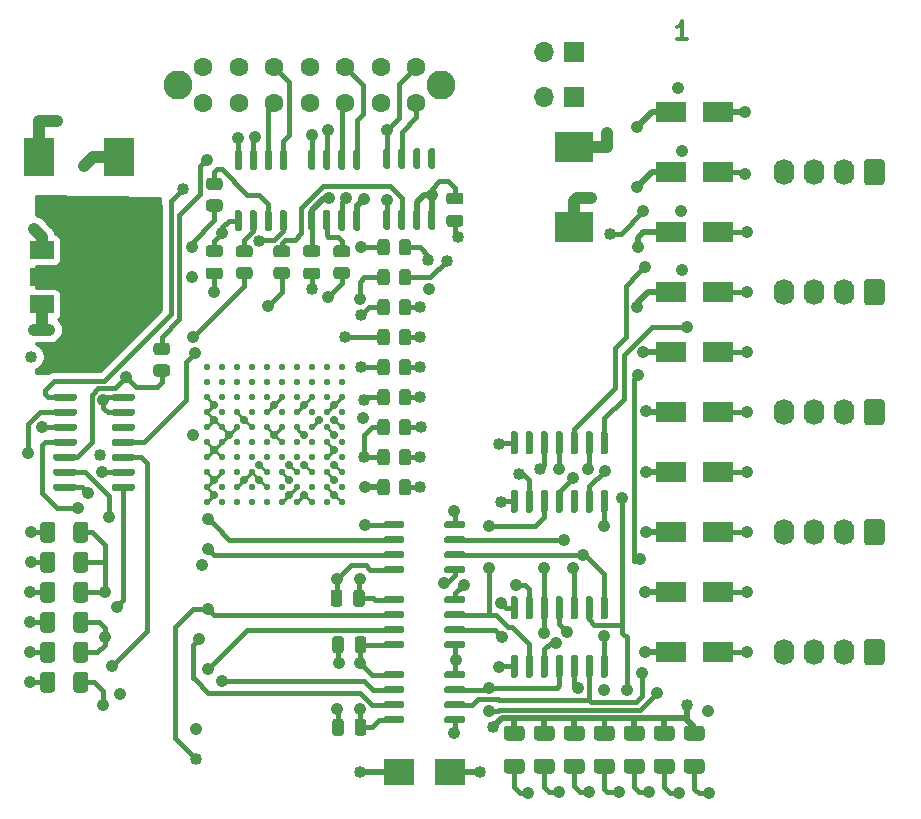
<source format=gtl>
G04 #@! TF.GenerationSoftware,KiCad,Pcbnew,5.1.12-84ad8e8a86~92~ubuntu20.04.1*
G04 #@! TF.CreationDate,2021-12-18T18:34:38-08:00*
G04 #@! TF.ProjectId,RspPiPicoIMU,52737050-6950-4696-936f-494d552e6b69,1.0*
G04 #@! TF.SameCoordinates,Original*
G04 #@! TF.FileFunction,Copper,L1,Top*
G04 #@! TF.FilePolarity,Positive*
%FSLAX46Y46*%
G04 Gerber Fmt 4.6, Leading zero omitted, Abs format (unit mm)*
G04 Created by KiCad (PCBNEW 5.1.12-84ad8e8a86~92~ubuntu20.04.1) date 2021-12-18 18:34:38*
%MOMM*%
%LPD*%
G01*
G04 APERTURE LIST*
G04 #@! TA.AperFunction,NonConductor*
%ADD10C,0.300000*%
G04 #@! TD*
G04 #@! TA.AperFunction,SMDPad,CuDef*
%ADD11C,0.560000*%
G04 #@! TD*
G04 #@! TA.AperFunction,SMDPad,CuDef*
%ADD12R,2.500000X2.300000*%
G04 #@! TD*
G04 #@! TA.AperFunction,SMDPad,CuDef*
%ADD13R,2.500000X1.800000*%
G04 #@! TD*
G04 #@! TA.AperFunction,SMDPad,CuDef*
%ADD14R,3.300000X2.500000*%
G04 #@! TD*
G04 #@! TA.AperFunction,SMDPad,CuDef*
%ADD15R,2.500000X3.300000*%
G04 #@! TD*
G04 #@! TA.AperFunction,ComponentPad*
%ADD16O,1.740000X2.190000*%
G04 #@! TD*
G04 #@! TA.AperFunction,ComponentPad*
%ADD17R,1.700000X1.700000*%
G04 #@! TD*
G04 #@! TA.AperFunction,ComponentPad*
%ADD18O,1.700000X1.700000*%
G04 #@! TD*
G04 #@! TA.AperFunction,SMDPad,CuDef*
%ADD19R,2.000000X3.800000*%
G04 #@! TD*
G04 #@! TA.AperFunction,SMDPad,CuDef*
%ADD20R,2.000000X1.500000*%
G04 #@! TD*
G04 #@! TA.AperFunction,WasherPad*
%ADD21C,2.460244*%
G04 #@! TD*
G04 #@! TA.AperFunction,ComponentPad*
%ADD22C,1.605000*%
G04 #@! TD*
G04 #@! TA.AperFunction,ViaPad*
%ADD23C,0.711200*%
G04 #@! TD*
G04 #@! TA.AperFunction,ViaPad*
%ADD24C,1.066800*%
G04 #@! TD*
G04 #@! TA.AperFunction,ViaPad*
%ADD25C,1.016000*%
G04 #@! TD*
G04 #@! TA.AperFunction,Conductor*
%ADD26C,0.254000*%
G04 #@! TD*
G04 #@! TA.AperFunction,Conductor*
%ADD27C,0.508000*%
G04 #@! TD*
G04 #@! TA.AperFunction,Conductor*
%ADD28C,0.381000*%
G04 #@! TD*
G04 #@! TA.AperFunction,Conductor*
%ADD29C,1.016000*%
G04 #@! TD*
G04 #@! TA.AperFunction,Conductor*
%ADD30C,0.100000*%
G04 #@! TD*
G04 APERTURE END LIST*
D10*
X151812571Y-68750571D02*
X150955428Y-68750571D01*
X151384000Y-68750571D02*
X151384000Y-67250571D01*
X151241142Y-67464857D01*
X151098285Y-67607714D01*
X150955428Y-67679142D01*
D11*
X122555000Y-96520000D03*
X121285000Y-96520000D03*
X120015000Y-96520000D03*
X118745000Y-96520000D03*
X117475000Y-96520000D03*
X116205000Y-96520000D03*
X114935000Y-96520000D03*
X113665000Y-96520000D03*
X112395000Y-96520000D03*
X111125000Y-96520000D03*
X122555000Y-97790000D03*
X121285000Y-97790000D03*
X120015000Y-97790000D03*
X118745000Y-97790000D03*
X117475000Y-97790000D03*
X116205000Y-97790000D03*
X114935000Y-97790000D03*
X113665000Y-97790000D03*
X112395000Y-97790000D03*
X111125000Y-97790000D03*
X122555000Y-99060000D03*
X121285000Y-99060000D03*
X120015000Y-99060000D03*
X118745000Y-99060000D03*
X117475000Y-99060000D03*
X116205000Y-99060000D03*
X114935000Y-99060000D03*
X113665000Y-99060000D03*
X112395000Y-99060000D03*
X111125000Y-99060000D03*
X122555000Y-100330000D03*
X121285000Y-100330000D03*
X120015000Y-100330000D03*
X118745000Y-100330000D03*
X117475000Y-100330000D03*
X116205000Y-100330000D03*
X114935000Y-100330000D03*
X113665000Y-100330000D03*
X112395000Y-100330000D03*
X111125000Y-100330000D03*
X122555000Y-101600000D03*
X121285000Y-101600000D03*
X120015000Y-101600000D03*
X118745000Y-101600000D03*
X117475000Y-101600000D03*
X116205000Y-101600000D03*
X114935000Y-101600000D03*
X113665000Y-101600000D03*
X112395000Y-101600000D03*
X111125000Y-101600000D03*
X122555000Y-102870000D03*
X121285000Y-102870000D03*
X120015000Y-102870000D03*
X118745000Y-102870000D03*
X117475000Y-102870000D03*
X116205000Y-102870000D03*
X114935000Y-102870000D03*
X113665000Y-102870000D03*
X112395000Y-102870000D03*
X111125000Y-102870000D03*
X122555000Y-104140000D03*
X121285000Y-104140000D03*
X120015000Y-104140000D03*
X118745000Y-104140000D03*
X117475000Y-104140000D03*
X116205000Y-104140000D03*
X114935000Y-104140000D03*
X113665000Y-104140000D03*
X112395000Y-104140000D03*
X111125000Y-104140000D03*
X122555000Y-105410000D03*
X121285000Y-105410000D03*
X120015000Y-105410000D03*
X118745000Y-105410000D03*
X117475000Y-105410000D03*
X116205000Y-105410000D03*
X114935000Y-105410000D03*
X113665000Y-105410000D03*
X112395000Y-105410000D03*
X111125000Y-105410000D03*
X122555000Y-106680000D03*
X121285000Y-106680000D03*
X120015000Y-106680000D03*
X118745000Y-106680000D03*
X117475000Y-106680000D03*
X116205000Y-106680000D03*
X114935000Y-106680000D03*
X113665000Y-106680000D03*
X112395000Y-106680000D03*
X111125000Y-106680000D03*
X122555000Y-107950000D03*
X121285000Y-107950000D03*
X120015000Y-107950000D03*
X118745000Y-107950000D03*
X117475000Y-107950000D03*
X116205000Y-107950000D03*
X114935000Y-107950000D03*
X113665000Y-107950000D03*
X112395000Y-107950000D03*
X111125000Y-107950000D03*
G04 #@! TA.AperFunction,SMDPad,CuDef*
G36*
G01*
X98150000Y-99210000D02*
X98150000Y-98910000D01*
G75*
G02*
X98300000Y-98760000I150000J0D01*
G01*
X99950000Y-98760000D01*
G75*
G02*
X100100000Y-98910000I0J-150000D01*
G01*
X100100000Y-99210000D01*
G75*
G02*
X99950000Y-99360000I-150000J0D01*
G01*
X98300000Y-99360000D01*
G75*
G02*
X98150000Y-99210000I0J150000D01*
G01*
G37*
G04 #@! TD.AperFunction*
G04 #@! TA.AperFunction,SMDPad,CuDef*
G36*
G01*
X98150000Y-100480000D02*
X98150000Y-100180000D01*
G75*
G02*
X98300000Y-100030000I150000J0D01*
G01*
X99950000Y-100030000D01*
G75*
G02*
X100100000Y-100180000I0J-150000D01*
G01*
X100100000Y-100480000D01*
G75*
G02*
X99950000Y-100630000I-150000J0D01*
G01*
X98300000Y-100630000D01*
G75*
G02*
X98150000Y-100480000I0J150000D01*
G01*
G37*
G04 #@! TD.AperFunction*
G04 #@! TA.AperFunction,SMDPad,CuDef*
G36*
G01*
X98150000Y-101750000D02*
X98150000Y-101450000D01*
G75*
G02*
X98300000Y-101300000I150000J0D01*
G01*
X99950000Y-101300000D01*
G75*
G02*
X100100000Y-101450000I0J-150000D01*
G01*
X100100000Y-101750000D01*
G75*
G02*
X99950000Y-101900000I-150000J0D01*
G01*
X98300000Y-101900000D01*
G75*
G02*
X98150000Y-101750000I0J150000D01*
G01*
G37*
G04 #@! TD.AperFunction*
G04 #@! TA.AperFunction,SMDPad,CuDef*
G36*
G01*
X98150000Y-103020000D02*
X98150000Y-102720000D01*
G75*
G02*
X98300000Y-102570000I150000J0D01*
G01*
X99950000Y-102570000D01*
G75*
G02*
X100100000Y-102720000I0J-150000D01*
G01*
X100100000Y-103020000D01*
G75*
G02*
X99950000Y-103170000I-150000J0D01*
G01*
X98300000Y-103170000D01*
G75*
G02*
X98150000Y-103020000I0J150000D01*
G01*
G37*
G04 #@! TD.AperFunction*
G04 #@! TA.AperFunction,SMDPad,CuDef*
G36*
G01*
X98150000Y-104290000D02*
X98150000Y-103990000D01*
G75*
G02*
X98300000Y-103840000I150000J0D01*
G01*
X99950000Y-103840000D01*
G75*
G02*
X100100000Y-103990000I0J-150000D01*
G01*
X100100000Y-104290000D01*
G75*
G02*
X99950000Y-104440000I-150000J0D01*
G01*
X98300000Y-104440000D01*
G75*
G02*
X98150000Y-104290000I0J150000D01*
G01*
G37*
G04 #@! TD.AperFunction*
G04 #@! TA.AperFunction,SMDPad,CuDef*
G36*
G01*
X98150000Y-105560000D02*
X98150000Y-105260000D01*
G75*
G02*
X98300000Y-105110000I150000J0D01*
G01*
X99950000Y-105110000D01*
G75*
G02*
X100100000Y-105260000I0J-150000D01*
G01*
X100100000Y-105560000D01*
G75*
G02*
X99950000Y-105710000I-150000J0D01*
G01*
X98300000Y-105710000D01*
G75*
G02*
X98150000Y-105560000I0J150000D01*
G01*
G37*
G04 #@! TD.AperFunction*
G04 #@! TA.AperFunction,SMDPad,CuDef*
G36*
G01*
X98150000Y-106830000D02*
X98150000Y-106530000D01*
G75*
G02*
X98300000Y-106380000I150000J0D01*
G01*
X99950000Y-106380000D01*
G75*
G02*
X100100000Y-106530000I0J-150000D01*
G01*
X100100000Y-106830000D01*
G75*
G02*
X99950000Y-106980000I-150000J0D01*
G01*
X98300000Y-106980000D01*
G75*
G02*
X98150000Y-106830000I0J150000D01*
G01*
G37*
G04 #@! TD.AperFunction*
G04 #@! TA.AperFunction,SMDPad,CuDef*
G36*
G01*
X103100000Y-106830000D02*
X103100000Y-106530000D01*
G75*
G02*
X103250000Y-106380000I150000J0D01*
G01*
X104900000Y-106380000D01*
G75*
G02*
X105050000Y-106530000I0J-150000D01*
G01*
X105050000Y-106830000D01*
G75*
G02*
X104900000Y-106980000I-150000J0D01*
G01*
X103250000Y-106980000D01*
G75*
G02*
X103100000Y-106830000I0J150000D01*
G01*
G37*
G04 #@! TD.AperFunction*
G04 #@! TA.AperFunction,SMDPad,CuDef*
G36*
G01*
X103100000Y-105560000D02*
X103100000Y-105260000D01*
G75*
G02*
X103250000Y-105110000I150000J0D01*
G01*
X104900000Y-105110000D01*
G75*
G02*
X105050000Y-105260000I0J-150000D01*
G01*
X105050000Y-105560000D01*
G75*
G02*
X104900000Y-105710000I-150000J0D01*
G01*
X103250000Y-105710000D01*
G75*
G02*
X103100000Y-105560000I0J150000D01*
G01*
G37*
G04 #@! TD.AperFunction*
G04 #@! TA.AperFunction,SMDPad,CuDef*
G36*
G01*
X103100000Y-104290000D02*
X103100000Y-103990000D01*
G75*
G02*
X103250000Y-103840000I150000J0D01*
G01*
X104900000Y-103840000D01*
G75*
G02*
X105050000Y-103990000I0J-150000D01*
G01*
X105050000Y-104290000D01*
G75*
G02*
X104900000Y-104440000I-150000J0D01*
G01*
X103250000Y-104440000D01*
G75*
G02*
X103100000Y-104290000I0J150000D01*
G01*
G37*
G04 #@! TD.AperFunction*
G04 #@! TA.AperFunction,SMDPad,CuDef*
G36*
G01*
X103100000Y-103020000D02*
X103100000Y-102720000D01*
G75*
G02*
X103250000Y-102570000I150000J0D01*
G01*
X104900000Y-102570000D01*
G75*
G02*
X105050000Y-102720000I0J-150000D01*
G01*
X105050000Y-103020000D01*
G75*
G02*
X104900000Y-103170000I-150000J0D01*
G01*
X103250000Y-103170000D01*
G75*
G02*
X103100000Y-103020000I0J150000D01*
G01*
G37*
G04 #@! TD.AperFunction*
G04 #@! TA.AperFunction,SMDPad,CuDef*
G36*
G01*
X103100000Y-101750000D02*
X103100000Y-101450000D01*
G75*
G02*
X103250000Y-101300000I150000J0D01*
G01*
X104900000Y-101300000D01*
G75*
G02*
X105050000Y-101450000I0J-150000D01*
G01*
X105050000Y-101750000D01*
G75*
G02*
X104900000Y-101900000I-150000J0D01*
G01*
X103250000Y-101900000D01*
G75*
G02*
X103100000Y-101750000I0J150000D01*
G01*
G37*
G04 #@! TD.AperFunction*
G04 #@! TA.AperFunction,SMDPad,CuDef*
G36*
G01*
X103100000Y-100480000D02*
X103100000Y-100180000D01*
G75*
G02*
X103250000Y-100030000I150000J0D01*
G01*
X104900000Y-100030000D01*
G75*
G02*
X105050000Y-100180000I0J-150000D01*
G01*
X105050000Y-100480000D01*
G75*
G02*
X104900000Y-100630000I-150000J0D01*
G01*
X103250000Y-100630000D01*
G75*
G02*
X103100000Y-100480000I0J150000D01*
G01*
G37*
G04 #@! TD.AperFunction*
G04 #@! TA.AperFunction,SMDPad,CuDef*
G36*
G01*
X103100000Y-99210000D02*
X103100000Y-98910000D01*
G75*
G02*
X103250000Y-98760000I150000J0D01*
G01*
X104900000Y-98760000D01*
G75*
G02*
X105050000Y-98910000I0J-150000D01*
G01*
X105050000Y-99210000D01*
G75*
G02*
X104900000Y-99360000I-150000J0D01*
G01*
X103250000Y-99360000D01*
G75*
G02*
X103100000Y-99210000I0J150000D01*
G01*
G37*
G04 #@! TD.AperFunction*
G04 #@! TA.AperFunction,SMDPad,CuDef*
G36*
G01*
X144630000Y-120880000D02*
X144930000Y-120880000D01*
G75*
G02*
X145080000Y-121030000I0J-150000D01*
G01*
X145080000Y-122680000D01*
G75*
G02*
X144930000Y-122830000I-150000J0D01*
G01*
X144630000Y-122830000D01*
G75*
G02*
X144480000Y-122680000I0J150000D01*
G01*
X144480000Y-121030000D01*
G75*
G02*
X144630000Y-120880000I150000J0D01*
G01*
G37*
G04 #@! TD.AperFunction*
G04 #@! TA.AperFunction,SMDPad,CuDef*
G36*
G01*
X143360000Y-120880000D02*
X143660000Y-120880000D01*
G75*
G02*
X143810000Y-121030000I0J-150000D01*
G01*
X143810000Y-122680000D01*
G75*
G02*
X143660000Y-122830000I-150000J0D01*
G01*
X143360000Y-122830000D01*
G75*
G02*
X143210000Y-122680000I0J150000D01*
G01*
X143210000Y-121030000D01*
G75*
G02*
X143360000Y-120880000I150000J0D01*
G01*
G37*
G04 #@! TD.AperFunction*
G04 #@! TA.AperFunction,SMDPad,CuDef*
G36*
G01*
X142090000Y-120880000D02*
X142390000Y-120880000D01*
G75*
G02*
X142540000Y-121030000I0J-150000D01*
G01*
X142540000Y-122680000D01*
G75*
G02*
X142390000Y-122830000I-150000J0D01*
G01*
X142090000Y-122830000D01*
G75*
G02*
X141940000Y-122680000I0J150000D01*
G01*
X141940000Y-121030000D01*
G75*
G02*
X142090000Y-120880000I150000J0D01*
G01*
G37*
G04 #@! TD.AperFunction*
G04 #@! TA.AperFunction,SMDPad,CuDef*
G36*
G01*
X140820000Y-120880000D02*
X141120000Y-120880000D01*
G75*
G02*
X141270000Y-121030000I0J-150000D01*
G01*
X141270000Y-122680000D01*
G75*
G02*
X141120000Y-122830000I-150000J0D01*
G01*
X140820000Y-122830000D01*
G75*
G02*
X140670000Y-122680000I0J150000D01*
G01*
X140670000Y-121030000D01*
G75*
G02*
X140820000Y-120880000I150000J0D01*
G01*
G37*
G04 #@! TD.AperFunction*
G04 #@! TA.AperFunction,SMDPad,CuDef*
G36*
G01*
X139550000Y-120880000D02*
X139850000Y-120880000D01*
G75*
G02*
X140000000Y-121030000I0J-150000D01*
G01*
X140000000Y-122680000D01*
G75*
G02*
X139850000Y-122830000I-150000J0D01*
G01*
X139550000Y-122830000D01*
G75*
G02*
X139400000Y-122680000I0J150000D01*
G01*
X139400000Y-121030000D01*
G75*
G02*
X139550000Y-120880000I150000J0D01*
G01*
G37*
G04 #@! TD.AperFunction*
G04 #@! TA.AperFunction,SMDPad,CuDef*
G36*
G01*
X138280000Y-120880000D02*
X138580000Y-120880000D01*
G75*
G02*
X138730000Y-121030000I0J-150000D01*
G01*
X138730000Y-122680000D01*
G75*
G02*
X138580000Y-122830000I-150000J0D01*
G01*
X138280000Y-122830000D01*
G75*
G02*
X138130000Y-122680000I0J150000D01*
G01*
X138130000Y-121030000D01*
G75*
G02*
X138280000Y-120880000I150000J0D01*
G01*
G37*
G04 #@! TD.AperFunction*
G04 #@! TA.AperFunction,SMDPad,CuDef*
G36*
G01*
X137010000Y-120880000D02*
X137310000Y-120880000D01*
G75*
G02*
X137460000Y-121030000I0J-150000D01*
G01*
X137460000Y-122680000D01*
G75*
G02*
X137310000Y-122830000I-150000J0D01*
G01*
X137010000Y-122830000D01*
G75*
G02*
X136860000Y-122680000I0J150000D01*
G01*
X136860000Y-121030000D01*
G75*
G02*
X137010000Y-120880000I150000J0D01*
G01*
G37*
G04 #@! TD.AperFunction*
G04 #@! TA.AperFunction,SMDPad,CuDef*
G36*
G01*
X137010000Y-115930000D02*
X137310000Y-115930000D01*
G75*
G02*
X137460000Y-116080000I0J-150000D01*
G01*
X137460000Y-117730000D01*
G75*
G02*
X137310000Y-117880000I-150000J0D01*
G01*
X137010000Y-117880000D01*
G75*
G02*
X136860000Y-117730000I0J150000D01*
G01*
X136860000Y-116080000D01*
G75*
G02*
X137010000Y-115930000I150000J0D01*
G01*
G37*
G04 #@! TD.AperFunction*
G04 #@! TA.AperFunction,SMDPad,CuDef*
G36*
G01*
X138280000Y-115930000D02*
X138580000Y-115930000D01*
G75*
G02*
X138730000Y-116080000I0J-150000D01*
G01*
X138730000Y-117730000D01*
G75*
G02*
X138580000Y-117880000I-150000J0D01*
G01*
X138280000Y-117880000D01*
G75*
G02*
X138130000Y-117730000I0J150000D01*
G01*
X138130000Y-116080000D01*
G75*
G02*
X138280000Y-115930000I150000J0D01*
G01*
G37*
G04 #@! TD.AperFunction*
G04 #@! TA.AperFunction,SMDPad,CuDef*
G36*
G01*
X139550000Y-115930000D02*
X139850000Y-115930000D01*
G75*
G02*
X140000000Y-116080000I0J-150000D01*
G01*
X140000000Y-117730000D01*
G75*
G02*
X139850000Y-117880000I-150000J0D01*
G01*
X139550000Y-117880000D01*
G75*
G02*
X139400000Y-117730000I0J150000D01*
G01*
X139400000Y-116080000D01*
G75*
G02*
X139550000Y-115930000I150000J0D01*
G01*
G37*
G04 #@! TD.AperFunction*
G04 #@! TA.AperFunction,SMDPad,CuDef*
G36*
G01*
X140820000Y-115930000D02*
X141120000Y-115930000D01*
G75*
G02*
X141270000Y-116080000I0J-150000D01*
G01*
X141270000Y-117730000D01*
G75*
G02*
X141120000Y-117880000I-150000J0D01*
G01*
X140820000Y-117880000D01*
G75*
G02*
X140670000Y-117730000I0J150000D01*
G01*
X140670000Y-116080000D01*
G75*
G02*
X140820000Y-115930000I150000J0D01*
G01*
G37*
G04 #@! TD.AperFunction*
G04 #@! TA.AperFunction,SMDPad,CuDef*
G36*
G01*
X142090000Y-115930000D02*
X142390000Y-115930000D01*
G75*
G02*
X142540000Y-116080000I0J-150000D01*
G01*
X142540000Y-117730000D01*
G75*
G02*
X142390000Y-117880000I-150000J0D01*
G01*
X142090000Y-117880000D01*
G75*
G02*
X141940000Y-117730000I0J150000D01*
G01*
X141940000Y-116080000D01*
G75*
G02*
X142090000Y-115930000I150000J0D01*
G01*
G37*
G04 #@! TD.AperFunction*
G04 #@! TA.AperFunction,SMDPad,CuDef*
G36*
G01*
X143360000Y-115930000D02*
X143660000Y-115930000D01*
G75*
G02*
X143810000Y-116080000I0J-150000D01*
G01*
X143810000Y-117730000D01*
G75*
G02*
X143660000Y-117880000I-150000J0D01*
G01*
X143360000Y-117880000D01*
G75*
G02*
X143210000Y-117730000I0J150000D01*
G01*
X143210000Y-116080000D01*
G75*
G02*
X143360000Y-115930000I150000J0D01*
G01*
G37*
G04 #@! TD.AperFunction*
G04 #@! TA.AperFunction,SMDPad,CuDef*
G36*
G01*
X144630000Y-115930000D02*
X144930000Y-115930000D01*
G75*
G02*
X145080000Y-116080000I0J-150000D01*
G01*
X145080000Y-117730000D01*
G75*
G02*
X144930000Y-117880000I-150000J0D01*
G01*
X144630000Y-117880000D01*
G75*
G02*
X144480000Y-117730000I0J150000D01*
G01*
X144480000Y-116080000D01*
G75*
G02*
X144630000Y-115930000I150000J0D01*
G01*
G37*
G04 #@! TD.AperFunction*
G04 #@! TA.AperFunction,SMDPad,CuDef*
G36*
G01*
X144630000Y-106910000D02*
X144930000Y-106910000D01*
G75*
G02*
X145080000Y-107060000I0J-150000D01*
G01*
X145080000Y-108710000D01*
G75*
G02*
X144930000Y-108860000I-150000J0D01*
G01*
X144630000Y-108860000D01*
G75*
G02*
X144480000Y-108710000I0J150000D01*
G01*
X144480000Y-107060000D01*
G75*
G02*
X144630000Y-106910000I150000J0D01*
G01*
G37*
G04 #@! TD.AperFunction*
G04 #@! TA.AperFunction,SMDPad,CuDef*
G36*
G01*
X143360000Y-106910000D02*
X143660000Y-106910000D01*
G75*
G02*
X143810000Y-107060000I0J-150000D01*
G01*
X143810000Y-108710000D01*
G75*
G02*
X143660000Y-108860000I-150000J0D01*
G01*
X143360000Y-108860000D01*
G75*
G02*
X143210000Y-108710000I0J150000D01*
G01*
X143210000Y-107060000D01*
G75*
G02*
X143360000Y-106910000I150000J0D01*
G01*
G37*
G04 #@! TD.AperFunction*
G04 #@! TA.AperFunction,SMDPad,CuDef*
G36*
G01*
X142090000Y-106910000D02*
X142390000Y-106910000D01*
G75*
G02*
X142540000Y-107060000I0J-150000D01*
G01*
X142540000Y-108710000D01*
G75*
G02*
X142390000Y-108860000I-150000J0D01*
G01*
X142090000Y-108860000D01*
G75*
G02*
X141940000Y-108710000I0J150000D01*
G01*
X141940000Y-107060000D01*
G75*
G02*
X142090000Y-106910000I150000J0D01*
G01*
G37*
G04 #@! TD.AperFunction*
G04 #@! TA.AperFunction,SMDPad,CuDef*
G36*
G01*
X140820000Y-106910000D02*
X141120000Y-106910000D01*
G75*
G02*
X141270000Y-107060000I0J-150000D01*
G01*
X141270000Y-108710000D01*
G75*
G02*
X141120000Y-108860000I-150000J0D01*
G01*
X140820000Y-108860000D01*
G75*
G02*
X140670000Y-108710000I0J150000D01*
G01*
X140670000Y-107060000D01*
G75*
G02*
X140820000Y-106910000I150000J0D01*
G01*
G37*
G04 #@! TD.AperFunction*
G04 #@! TA.AperFunction,SMDPad,CuDef*
G36*
G01*
X139550000Y-106910000D02*
X139850000Y-106910000D01*
G75*
G02*
X140000000Y-107060000I0J-150000D01*
G01*
X140000000Y-108710000D01*
G75*
G02*
X139850000Y-108860000I-150000J0D01*
G01*
X139550000Y-108860000D01*
G75*
G02*
X139400000Y-108710000I0J150000D01*
G01*
X139400000Y-107060000D01*
G75*
G02*
X139550000Y-106910000I150000J0D01*
G01*
G37*
G04 #@! TD.AperFunction*
G04 #@! TA.AperFunction,SMDPad,CuDef*
G36*
G01*
X138280000Y-106910000D02*
X138580000Y-106910000D01*
G75*
G02*
X138730000Y-107060000I0J-150000D01*
G01*
X138730000Y-108710000D01*
G75*
G02*
X138580000Y-108860000I-150000J0D01*
G01*
X138280000Y-108860000D01*
G75*
G02*
X138130000Y-108710000I0J150000D01*
G01*
X138130000Y-107060000D01*
G75*
G02*
X138280000Y-106910000I150000J0D01*
G01*
G37*
G04 #@! TD.AperFunction*
G04 #@! TA.AperFunction,SMDPad,CuDef*
G36*
G01*
X137010000Y-106910000D02*
X137310000Y-106910000D01*
G75*
G02*
X137460000Y-107060000I0J-150000D01*
G01*
X137460000Y-108710000D01*
G75*
G02*
X137310000Y-108860000I-150000J0D01*
G01*
X137010000Y-108860000D01*
G75*
G02*
X136860000Y-108710000I0J150000D01*
G01*
X136860000Y-107060000D01*
G75*
G02*
X137010000Y-106910000I150000J0D01*
G01*
G37*
G04 #@! TD.AperFunction*
G04 #@! TA.AperFunction,SMDPad,CuDef*
G36*
G01*
X137010000Y-101960000D02*
X137310000Y-101960000D01*
G75*
G02*
X137460000Y-102110000I0J-150000D01*
G01*
X137460000Y-103760000D01*
G75*
G02*
X137310000Y-103910000I-150000J0D01*
G01*
X137010000Y-103910000D01*
G75*
G02*
X136860000Y-103760000I0J150000D01*
G01*
X136860000Y-102110000D01*
G75*
G02*
X137010000Y-101960000I150000J0D01*
G01*
G37*
G04 #@! TD.AperFunction*
G04 #@! TA.AperFunction,SMDPad,CuDef*
G36*
G01*
X138280000Y-101960000D02*
X138580000Y-101960000D01*
G75*
G02*
X138730000Y-102110000I0J-150000D01*
G01*
X138730000Y-103760000D01*
G75*
G02*
X138580000Y-103910000I-150000J0D01*
G01*
X138280000Y-103910000D01*
G75*
G02*
X138130000Y-103760000I0J150000D01*
G01*
X138130000Y-102110000D01*
G75*
G02*
X138280000Y-101960000I150000J0D01*
G01*
G37*
G04 #@! TD.AperFunction*
G04 #@! TA.AperFunction,SMDPad,CuDef*
G36*
G01*
X139550000Y-101960000D02*
X139850000Y-101960000D01*
G75*
G02*
X140000000Y-102110000I0J-150000D01*
G01*
X140000000Y-103760000D01*
G75*
G02*
X139850000Y-103910000I-150000J0D01*
G01*
X139550000Y-103910000D01*
G75*
G02*
X139400000Y-103760000I0J150000D01*
G01*
X139400000Y-102110000D01*
G75*
G02*
X139550000Y-101960000I150000J0D01*
G01*
G37*
G04 #@! TD.AperFunction*
G04 #@! TA.AperFunction,SMDPad,CuDef*
G36*
G01*
X140820000Y-101960000D02*
X141120000Y-101960000D01*
G75*
G02*
X141270000Y-102110000I0J-150000D01*
G01*
X141270000Y-103760000D01*
G75*
G02*
X141120000Y-103910000I-150000J0D01*
G01*
X140820000Y-103910000D01*
G75*
G02*
X140670000Y-103760000I0J150000D01*
G01*
X140670000Y-102110000D01*
G75*
G02*
X140820000Y-101960000I150000J0D01*
G01*
G37*
G04 #@! TD.AperFunction*
G04 #@! TA.AperFunction,SMDPad,CuDef*
G36*
G01*
X142090000Y-101960000D02*
X142390000Y-101960000D01*
G75*
G02*
X142540000Y-102110000I0J-150000D01*
G01*
X142540000Y-103760000D01*
G75*
G02*
X142390000Y-103910000I-150000J0D01*
G01*
X142090000Y-103910000D01*
G75*
G02*
X141940000Y-103760000I0J150000D01*
G01*
X141940000Y-102110000D01*
G75*
G02*
X142090000Y-101960000I150000J0D01*
G01*
G37*
G04 #@! TD.AperFunction*
G04 #@! TA.AperFunction,SMDPad,CuDef*
G36*
G01*
X143360000Y-101960000D02*
X143660000Y-101960000D01*
G75*
G02*
X143810000Y-102110000I0J-150000D01*
G01*
X143810000Y-103760000D01*
G75*
G02*
X143660000Y-103910000I-150000J0D01*
G01*
X143360000Y-103910000D01*
G75*
G02*
X143210000Y-103760000I0J150000D01*
G01*
X143210000Y-102110000D01*
G75*
G02*
X143360000Y-101960000I150000J0D01*
G01*
G37*
G04 #@! TD.AperFunction*
G04 #@! TA.AperFunction,SMDPad,CuDef*
G36*
G01*
X144630000Y-101960000D02*
X144930000Y-101960000D01*
G75*
G02*
X145080000Y-102110000I0J-150000D01*
G01*
X145080000Y-103760000D01*
G75*
G02*
X144930000Y-103910000I-150000J0D01*
G01*
X144630000Y-103910000D01*
G75*
G02*
X144480000Y-103760000I0J150000D01*
G01*
X144480000Y-102110000D01*
G75*
G02*
X144630000Y-101960000I150000J0D01*
G01*
G37*
G04 #@! TD.AperFunction*
G04 #@! TA.AperFunction,SMDPad,CuDef*
G36*
G01*
X132990000Y-119865000D02*
X132990000Y-120165000D01*
G75*
G02*
X132840000Y-120315000I-150000J0D01*
G01*
X131390000Y-120315000D01*
G75*
G02*
X131240000Y-120165000I0J150000D01*
G01*
X131240000Y-119865000D01*
G75*
G02*
X131390000Y-119715000I150000J0D01*
G01*
X132840000Y-119715000D01*
G75*
G02*
X132990000Y-119865000I0J-150000D01*
G01*
G37*
G04 #@! TD.AperFunction*
G04 #@! TA.AperFunction,SMDPad,CuDef*
G36*
G01*
X132990000Y-118595000D02*
X132990000Y-118895000D01*
G75*
G02*
X132840000Y-119045000I-150000J0D01*
G01*
X131390000Y-119045000D01*
G75*
G02*
X131240000Y-118895000I0J150000D01*
G01*
X131240000Y-118595000D01*
G75*
G02*
X131390000Y-118445000I150000J0D01*
G01*
X132840000Y-118445000D01*
G75*
G02*
X132990000Y-118595000I0J-150000D01*
G01*
G37*
G04 #@! TD.AperFunction*
G04 #@! TA.AperFunction,SMDPad,CuDef*
G36*
G01*
X132990000Y-117325000D02*
X132990000Y-117625000D01*
G75*
G02*
X132840000Y-117775000I-150000J0D01*
G01*
X131390000Y-117775000D01*
G75*
G02*
X131240000Y-117625000I0J150000D01*
G01*
X131240000Y-117325000D01*
G75*
G02*
X131390000Y-117175000I150000J0D01*
G01*
X132840000Y-117175000D01*
G75*
G02*
X132990000Y-117325000I0J-150000D01*
G01*
G37*
G04 #@! TD.AperFunction*
G04 #@! TA.AperFunction,SMDPad,CuDef*
G36*
G01*
X132990000Y-116055000D02*
X132990000Y-116355000D01*
G75*
G02*
X132840000Y-116505000I-150000J0D01*
G01*
X131390000Y-116505000D01*
G75*
G02*
X131240000Y-116355000I0J150000D01*
G01*
X131240000Y-116055000D01*
G75*
G02*
X131390000Y-115905000I150000J0D01*
G01*
X132840000Y-115905000D01*
G75*
G02*
X132990000Y-116055000I0J-150000D01*
G01*
G37*
G04 #@! TD.AperFunction*
G04 #@! TA.AperFunction,SMDPad,CuDef*
G36*
G01*
X127840000Y-116055000D02*
X127840000Y-116355000D01*
G75*
G02*
X127690000Y-116505000I-150000J0D01*
G01*
X126240000Y-116505000D01*
G75*
G02*
X126090000Y-116355000I0J150000D01*
G01*
X126090000Y-116055000D01*
G75*
G02*
X126240000Y-115905000I150000J0D01*
G01*
X127690000Y-115905000D01*
G75*
G02*
X127840000Y-116055000I0J-150000D01*
G01*
G37*
G04 #@! TD.AperFunction*
G04 #@! TA.AperFunction,SMDPad,CuDef*
G36*
G01*
X127840000Y-117325000D02*
X127840000Y-117625000D01*
G75*
G02*
X127690000Y-117775000I-150000J0D01*
G01*
X126240000Y-117775000D01*
G75*
G02*
X126090000Y-117625000I0J150000D01*
G01*
X126090000Y-117325000D01*
G75*
G02*
X126240000Y-117175000I150000J0D01*
G01*
X127690000Y-117175000D01*
G75*
G02*
X127840000Y-117325000I0J-150000D01*
G01*
G37*
G04 #@! TD.AperFunction*
G04 #@! TA.AperFunction,SMDPad,CuDef*
G36*
G01*
X127840000Y-118595000D02*
X127840000Y-118895000D01*
G75*
G02*
X127690000Y-119045000I-150000J0D01*
G01*
X126240000Y-119045000D01*
G75*
G02*
X126090000Y-118895000I0J150000D01*
G01*
X126090000Y-118595000D01*
G75*
G02*
X126240000Y-118445000I150000J0D01*
G01*
X127690000Y-118445000D01*
G75*
G02*
X127840000Y-118595000I0J-150000D01*
G01*
G37*
G04 #@! TD.AperFunction*
G04 #@! TA.AperFunction,SMDPad,CuDef*
G36*
G01*
X127840000Y-119865000D02*
X127840000Y-120165000D01*
G75*
G02*
X127690000Y-120315000I-150000J0D01*
G01*
X126240000Y-120315000D01*
G75*
G02*
X126090000Y-120165000I0J150000D01*
G01*
X126090000Y-119865000D01*
G75*
G02*
X126240000Y-119715000I150000J0D01*
G01*
X127690000Y-119715000D01*
G75*
G02*
X127840000Y-119865000I0J-150000D01*
G01*
G37*
G04 #@! TD.AperFunction*
G04 #@! TA.AperFunction,SMDPad,CuDef*
G36*
G01*
X111285000Y-88080000D02*
X112235000Y-88080000D01*
G75*
G02*
X112485000Y-88330000I0J-250000D01*
G01*
X112485000Y-88830000D01*
G75*
G02*
X112235000Y-89080000I-250000J0D01*
G01*
X111285000Y-89080000D01*
G75*
G02*
X111035000Y-88830000I0J250000D01*
G01*
X111035000Y-88330000D01*
G75*
G02*
X111285000Y-88080000I250000J0D01*
G01*
G37*
G04 #@! TD.AperFunction*
G04 #@! TA.AperFunction,SMDPad,CuDef*
G36*
G01*
X111285000Y-86180000D02*
X112235000Y-86180000D01*
G75*
G02*
X112485000Y-86430000I0J-250000D01*
G01*
X112485000Y-86930000D01*
G75*
G02*
X112235000Y-87180000I-250000J0D01*
G01*
X111285000Y-87180000D01*
G75*
G02*
X111035000Y-86930000I0J250000D01*
G01*
X111035000Y-86430000D01*
G75*
G02*
X111285000Y-86180000I250000J0D01*
G01*
G37*
G04 #@! TD.AperFunction*
G04 #@! TA.AperFunction,SMDPad,CuDef*
G36*
G01*
X119540000Y-86180000D02*
X120490000Y-86180000D01*
G75*
G02*
X120740000Y-86430000I0J-250000D01*
G01*
X120740000Y-86930000D01*
G75*
G02*
X120490000Y-87180000I-250000J0D01*
G01*
X119540000Y-87180000D01*
G75*
G02*
X119290000Y-86930000I0J250000D01*
G01*
X119290000Y-86430000D01*
G75*
G02*
X119540000Y-86180000I250000J0D01*
G01*
G37*
G04 #@! TD.AperFunction*
G04 #@! TA.AperFunction,SMDPad,CuDef*
G36*
G01*
X119540000Y-88080000D02*
X120490000Y-88080000D01*
G75*
G02*
X120740000Y-88330000I0J-250000D01*
G01*
X120740000Y-88830000D01*
G75*
G02*
X120490000Y-89080000I-250000J0D01*
G01*
X119540000Y-89080000D01*
G75*
G02*
X119290000Y-88830000I0J250000D01*
G01*
X119290000Y-88330000D01*
G75*
G02*
X119540000Y-88080000I250000J0D01*
G01*
G37*
G04 #@! TD.AperFunction*
G04 #@! TA.AperFunction,SMDPad,CuDef*
G36*
G01*
X132605800Y-84635000D02*
X131655800Y-84635000D01*
G75*
G02*
X131405800Y-84385000I0J250000D01*
G01*
X131405800Y-83885000D01*
G75*
G02*
X131655800Y-83635000I250000J0D01*
G01*
X132605800Y-83635000D01*
G75*
G02*
X132855800Y-83885000I0J-250000D01*
G01*
X132855800Y-84385000D01*
G75*
G02*
X132605800Y-84635000I-250000J0D01*
G01*
G37*
G04 #@! TD.AperFunction*
G04 #@! TA.AperFunction,SMDPad,CuDef*
G36*
G01*
X132605800Y-82735000D02*
X131655800Y-82735000D01*
G75*
G02*
X131405800Y-82485000I0J250000D01*
G01*
X131405800Y-81985000D01*
G75*
G02*
X131655800Y-81735000I250000J0D01*
G01*
X132605800Y-81735000D01*
G75*
G02*
X132855800Y-81985000I0J-250000D01*
G01*
X132855800Y-82485000D01*
G75*
G02*
X132605800Y-82735000I-250000J0D01*
G01*
G37*
G04 #@! TD.AperFunction*
G04 #@! TA.AperFunction,SMDPad,CuDef*
G36*
G01*
X121613000Y-116553000D02*
X121613000Y-115603000D01*
G75*
G02*
X121863000Y-115353000I250000J0D01*
G01*
X122363000Y-115353000D01*
G75*
G02*
X122613000Y-115603000I0J-250000D01*
G01*
X122613000Y-116553000D01*
G75*
G02*
X122363000Y-116803000I-250000J0D01*
G01*
X121863000Y-116803000D01*
G75*
G02*
X121613000Y-116553000I0J250000D01*
G01*
G37*
G04 #@! TD.AperFunction*
G04 #@! TA.AperFunction,SMDPad,CuDef*
G36*
G01*
X123513000Y-116553000D02*
X123513000Y-115603000D01*
G75*
G02*
X123763000Y-115353000I250000J0D01*
G01*
X124263000Y-115353000D01*
G75*
G02*
X124513000Y-115603000I0J-250000D01*
G01*
X124513000Y-116553000D01*
G75*
G02*
X124263000Y-116803000I-250000J0D01*
G01*
X123763000Y-116803000D01*
G75*
G02*
X123513000Y-116553000I0J250000D01*
G01*
G37*
G04 #@! TD.AperFunction*
G04 #@! TA.AperFunction,SMDPad,CuDef*
G36*
G01*
X121740000Y-127475000D02*
X121740000Y-126525000D01*
G75*
G02*
X121990000Y-126275000I250000J0D01*
G01*
X122490000Y-126275000D01*
G75*
G02*
X122740000Y-126525000I0J-250000D01*
G01*
X122740000Y-127475000D01*
G75*
G02*
X122490000Y-127725000I-250000J0D01*
G01*
X121990000Y-127725000D01*
G75*
G02*
X121740000Y-127475000I0J250000D01*
G01*
G37*
G04 #@! TD.AperFunction*
G04 #@! TA.AperFunction,SMDPad,CuDef*
G36*
G01*
X123640000Y-127475000D02*
X123640000Y-126525000D01*
G75*
G02*
X123890000Y-126275000I250000J0D01*
G01*
X124390000Y-126275000D01*
G75*
G02*
X124640000Y-126525000I0J-250000D01*
G01*
X124640000Y-127475000D01*
G75*
G02*
X124390000Y-127725000I-250000J0D01*
G01*
X123890000Y-127725000D01*
G75*
G02*
X123640000Y-127475000I0J250000D01*
G01*
G37*
G04 #@! TD.AperFunction*
G04 #@! TA.AperFunction,SMDPad,CuDef*
G36*
G01*
X122740000Y-119540000D02*
X122740000Y-120490000D01*
G75*
G02*
X122490000Y-120740000I-250000J0D01*
G01*
X121990000Y-120740000D01*
G75*
G02*
X121740000Y-120490000I0J250000D01*
G01*
X121740000Y-119540000D01*
G75*
G02*
X121990000Y-119290000I250000J0D01*
G01*
X122490000Y-119290000D01*
G75*
G02*
X122740000Y-119540000I0J-250000D01*
G01*
G37*
G04 #@! TD.AperFunction*
G04 #@! TA.AperFunction,SMDPad,CuDef*
G36*
G01*
X124640000Y-119540000D02*
X124640000Y-120490000D01*
G75*
G02*
X124390000Y-120740000I-250000J0D01*
G01*
X123890000Y-120740000D01*
G75*
G02*
X123640000Y-120490000I0J250000D01*
G01*
X123640000Y-119540000D01*
G75*
G02*
X123890000Y-119290000I250000J0D01*
G01*
X124390000Y-119290000D01*
G75*
G02*
X124640000Y-119540000I0J-250000D01*
G01*
G37*
G04 #@! TD.AperFunction*
G04 #@! TA.AperFunction,SMDPad,CuDef*
G36*
G01*
X101085000Y-114945000D02*
X101085000Y-116195000D01*
G75*
G02*
X100835000Y-116445000I-250000J0D01*
G01*
X100085000Y-116445000D01*
G75*
G02*
X99835000Y-116195000I0J250000D01*
G01*
X99835000Y-114945000D01*
G75*
G02*
X100085000Y-114695000I250000J0D01*
G01*
X100835000Y-114695000D01*
G75*
G02*
X101085000Y-114945000I0J-250000D01*
G01*
G37*
G04 #@! TD.AperFunction*
G04 #@! TA.AperFunction,SMDPad,CuDef*
G36*
G01*
X98285000Y-114945000D02*
X98285000Y-116195000D01*
G75*
G02*
X98035000Y-116445000I-250000J0D01*
G01*
X97285000Y-116445000D01*
G75*
G02*
X97035000Y-116195000I0J250000D01*
G01*
X97035000Y-114945000D01*
G75*
G02*
X97285000Y-114695000I250000J0D01*
G01*
X98035000Y-114695000D01*
G75*
G02*
X98285000Y-114945000I0J-250000D01*
G01*
G37*
G04 #@! TD.AperFunction*
G04 #@! TA.AperFunction,SMDPad,CuDef*
G36*
G01*
X101085000Y-112405000D02*
X101085000Y-113655000D01*
G75*
G02*
X100835000Y-113905000I-250000J0D01*
G01*
X100085000Y-113905000D01*
G75*
G02*
X99835000Y-113655000I0J250000D01*
G01*
X99835000Y-112405000D01*
G75*
G02*
X100085000Y-112155000I250000J0D01*
G01*
X100835000Y-112155000D01*
G75*
G02*
X101085000Y-112405000I0J-250000D01*
G01*
G37*
G04 #@! TD.AperFunction*
G04 #@! TA.AperFunction,SMDPad,CuDef*
G36*
G01*
X98285000Y-112405000D02*
X98285000Y-113655000D01*
G75*
G02*
X98035000Y-113905000I-250000J0D01*
G01*
X97285000Y-113905000D01*
G75*
G02*
X97035000Y-113655000I0J250000D01*
G01*
X97035000Y-112405000D01*
G75*
G02*
X97285000Y-112155000I250000J0D01*
G01*
X98035000Y-112155000D01*
G75*
G02*
X98285000Y-112405000I0J-250000D01*
G01*
G37*
G04 #@! TD.AperFunction*
G04 #@! TA.AperFunction,SMDPad,CuDef*
G36*
G01*
X98285000Y-109865000D02*
X98285000Y-111115000D01*
G75*
G02*
X98035000Y-111365000I-250000J0D01*
G01*
X97285000Y-111365000D01*
G75*
G02*
X97035000Y-111115000I0J250000D01*
G01*
X97035000Y-109865000D01*
G75*
G02*
X97285000Y-109615000I250000J0D01*
G01*
X98035000Y-109615000D01*
G75*
G02*
X98285000Y-109865000I0J-250000D01*
G01*
G37*
G04 #@! TD.AperFunction*
G04 #@! TA.AperFunction,SMDPad,CuDef*
G36*
G01*
X101085000Y-109865000D02*
X101085000Y-111115000D01*
G75*
G02*
X100835000Y-111365000I-250000J0D01*
G01*
X100085000Y-111365000D01*
G75*
G02*
X99835000Y-111115000I0J250000D01*
G01*
X99835000Y-109865000D01*
G75*
G02*
X100085000Y-109615000I250000J0D01*
G01*
X100835000Y-109615000D01*
G75*
G02*
X101085000Y-109865000I0J-250000D01*
G01*
G37*
G04 #@! TD.AperFunction*
G04 #@! TA.AperFunction,SMDPad,CuDef*
G36*
G01*
X101085000Y-117485000D02*
X101085000Y-118735000D01*
G75*
G02*
X100835000Y-118985000I-250000J0D01*
G01*
X100085000Y-118985000D01*
G75*
G02*
X99835000Y-118735000I0J250000D01*
G01*
X99835000Y-117485000D01*
G75*
G02*
X100085000Y-117235000I250000J0D01*
G01*
X100835000Y-117235000D01*
G75*
G02*
X101085000Y-117485000I0J-250000D01*
G01*
G37*
G04 #@! TD.AperFunction*
G04 #@! TA.AperFunction,SMDPad,CuDef*
G36*
G01*
X98285000Y-117485000D02*
X98285000Y-118735000D01*
G75*
G02*
X98035000Y-118985000I-250000J0D01*
G01*
X97285000Y-118985000D01*
G75*
G02*
X97035000Y-118735000I0J250000D01*
G01*
X97035000Y-117485000D01*
G75*
G02*
X97285000Y-117235000I250000J0D01*
G01*
X98035000Y-117235000D01*
G75*
G02*
X98285000Y-117485000I0J-250000D01*
G01*
G37*
G04 #@! TD.AperFunction*
G04 #@! TA.AperFunction,SMDPad,CuDef*
G36*
G01*
X98285000Y-120025000D02*
X98285000Y-121275000D01*
G75*
G02*
X98035000Y-121525000I-250000J0D01*
G01*
X97285000Y-121525000D01*
G75*
G02*
X97035000Y-121275000I0J250000D01*
G01*
X97035000Y-120025000D01*
G75*
G02*
X97285000Y-119775000I250000J0D01*
G01*
X98035000Y-119775000D01*
G75*
G02*
X98285000Y-120025000I0J-250000D01*
G01*
G37*
G04 #@! TD.AperFunction*
G04 #@! TA.AperFunction,SMDPad,CuDef*
G36*
G01*
X101085000Y-120025000D02*
X101085000Y-121275000D01*
G75*
G02*
X100835000Y-121525000I-250000J0D01*
G01*
X100085000Y-121525000D01*
G75*
G02*
X99835000Y-121275000I0J250000D01*
G01*
X99835000Y-120025000D01*
G75*
G02*
X100085000Y-119775000I250000J0D01*
G01*
X100835000Y-119775000D01*
G75*
G02*
X101085000Y-120025000I0J-250000D01*
G01*
G37*
G04 #@! TD.AperFunction*
D12*
X131690000Y-130810000D03*
X127390000Y-130810000D03*
G04 #@! TA.AperFunction,SMDPad,CuDef*
G36*
G01*
X146695000Y-126880000D02*
X147945000Y-126880000D01*
G75*
G02*
X148195000Y-127130000I0J-250000D01*
G01*
X148195000Y-127880000D01*
G75*
G02*
X147945000Y-128130000I-250000J0D01*
G01*
X146695000Y-128130000D01*
G75*
G02*
X146445000Y-127880000I0J250000D01*
G01*
X146445000Y-127130000D01*
G75*
G02*
X146695000Y-126880000I250000J0D01*
G01*
G37*
G04 #@! TD.AperFunction*
G04 #@! TA.AperFunction,SMDPad,CuDef*
G36*
G01*
X146695000Y-129680000D02*
X147945000Y-129680000D01*
G75*
G02*
X148195000Y-129930000I0J-250000D01*
G01*
X148195000Y-130680000D01*
G75*
G02*
X147945000Y-130930000I-250000J0D01*
G01*
X146695000Y-130930000D01*
G75*
G02*
X146445000Y-130680000I0J250000D01*
G01*
X146445000Y-129930000D01*
G75*
G02*
X146695000Y-129680000I250000J0D01*
G01*
G37*
G04 #@! TD.AperFunction*
G04 #@! TA.AperFunction,SMDPad,CuDef*
G36*
G01*
X141615000Y-126880000D02*
X142865000Y-126880000D01*
G75*
G02*
X143115000Y-127130000I0J-250000D01*
G01*
X143115000Y-127880000D01*
G75*
G02*
X142865000Y-128130000I-250000J0D01*
G01*
X141615000Y-128130000D01*
G75*
G02*
X141365000Y-127880000I0J250000D01*
G01*
X141365000Y-127130000D01*
G75*
G02*
X141615000Y-126880000I250000J0D01*
G01*
G37*
G04 #@! TD.AperFunction*
G04 #@! TA.AperFunction,SMDPad,CuDef*
G36*
G01*
X141615000Y-129680000D02*
X142865000Y-129680000D01*
G75*
G02*
X143115000Y-129930000I0J-250000D01*
G01*
X143115000Y-130680000D01*
G75*
G02*
X142865000Y-130930000I-250000J0D01*
G01*
X141615000Y-130930000D01*
G75*
G02*
X141365000Y-130680000I0J250000D01*
G01*
X141365000Y-129930000D01*
G75*
G02*
X141615000Y-129680000I250000J0D01*
G01*
G37*
G04 #@! TD.AperFunction*
G04 #@! TA.AperFunction,SMDPad,CuDef*
G36*
G01*
X136535000Y-129680000D02*
X137785000Y-129680000D01*
G75*
G02*
X138035000Y-129930000I0J-250000D01*
G01*
X138035000Y-130680000D01*
G75*
G02*
X137785000Y-130930000I-250000J0D01*
G01*
X136535000Y-130930000D01*
G75*
G02*
X136285000Y-130680000I0J250000D01*
G01*
X136285000Y-129930000D01*
G75*
G02*
X136535000Y-129680000I250000J0D01*
G01*
G37*
G04 #@! TD.AperFunction*
G04 #@! TA.AperFunction,SMDPad,CuDef*
G36*
G01*
X136535000Y-126880000D02*
X137785000Y-126880000D01*
G75*
G02*
X138035000Y-127130000I0J-250000D01*
G01*
X138035000Y-127880000D01*
G75*
G02*
X137785000Y-128130000I-250000J0D01*
G01*
X136535000Y-128130000D01*
G75*
G02*
X136285000Y-127880000I0J250000D01*
G01*
X136285000Y-127130000D01*
G75*
G02*
X136535000Y-126880000I250000J0D01*
G01*
G37*
G04 #@! TD.AperFunction*
G04 #@! TA.AperFunction,SMDPad,CuDef*
G36*
G01*
X139075000Y-129680000D02*
X140325000Y-129680000D01*
G75*
G02*
X140575000Y-129930000I0J-250000D01*
G01*
X140575000Y-130680000D01*
G75*
G02*
X140325000Y-130930000I-250000J0D01*
G01*
X139075000Y-130930000D01*
G75*
G02*
X138825000Y-130680000I0J250000D01*
G01*
X138825000Y-129930000D01*
G75*
G02*
X139075000Y-129680000I250000J0D01*
G01*
G37*
G04 #@! TD.AperFunction*
G04 #@! TA.AperFunction,SMDPad,CuDef*
G36*
G01*
X139075000Y-126880000D02*
X140325000Y-126880000D01*
G75*
G02*
X140575000Y-127130000I0J-250000D01*
G01*
X140575000Y-127880000D01*
G75*
G02*
X140325000Y-128130000I-250000J0D01*
G01*
X139075000Y-128130000D01*
G75*
G02*
X138825000Y-127880000I0J250000D01*
G01*
X138825000Y-127130000D01*
G75*
G02*
X139075000Y-126880000I250000J0D01*
G01*
G37*
G04 #@! TD.AperFunction*
G04 #@! TA.AperFunction,SMDPad,CuDef*
G36*
G01*
X144155000Y-126880000D02*
X145405000Y-126880000D01*
G75*
G02*
X145655000Y-127130000I0J-250000D01*
G01*
X145655000Y-127880000D01*
G75*
G02*
X145405000Y-128130000I-250000J0D01*
G01*
X144155000Y-128130000D01*
G75*
G02*
X143905000Y-127880000I0J250000D01*
G01*
X143905000Y-127130000D01*
G75*
G02*
X144155000Y-126880000I250000J0D01*
G01*
G37*
G04 #@! TD.AperFunction*
G04 #@! TA.AperFunction,SMDPad,CuDef*
G36*
G01*
X144155000Y-129680000D02*
X145405000Y-129680000D01*
G75*
G02*
X145655000Y-129930000I0J-250000D01*
G01*
X145655000Y-130680000D01*
G75*
G02*
X145405000Y-130930000I-250000J0D01*
G01*
X144155000Y-130930000D01*
G75*
G02*
X143905000Y-130680000I0J250000D01*
G01*
X143905000Y-129930000D01*
G75*
G02*
X144155000Y-129680000I250000J0D01*
G01*
G37*
G04 #@! TD.AperFunction*
G04 #@! TA.AperFunction,SMDPad,CuDef*
G36*
G01*
X149235000Y-129680000D02*
X150485000Y-129680000D01*
G75*
G02*
X150735000Y-129930000I0J-250000D01*
G01*
X150735000Y-130680000D01*
G75*
G02*
X150485000Y-130930000I-250000J0D01*
G01*
X149235000Y-130930000D01*
G75*
G02*
X148985000Y-130680000I0J250000D01*
G01*
X148985000Y-129930000D01*
G75*
G02*
X149235000Y-129680000I250000J0D01*
G01*
G37*
G04 #@! TD.AperFunction*
G04 #@! TA.AperFunction,SMDPad,CuDef*
G36*
G01*
X149235000Y-126880000D02*
X150485000Y-126880000D01*
G75*
G02*
X150735000Y-127130000I0J-250000D01*
G01*
X150735000Y-127880000D01*
G75*
G02*
X150485000Y-128130000I-250000J0D01*
G01*
X149235000Y-128130000D01*
G75*
G02*
X148985000Y-127880000I0J250000D01*
G01*
X148985000Y-127130000D01*
G75*
G02*
X149235000Y-126880000I250000J0D01*
G01*
G37*
G04 #@! TD.AperFunction*
D13*
X154400000Y-120650000D03*
X150400000Y-120650000D03*
D14*
X142240000Y-77880000D03*
X142240000Y-84680000D03*
G04 #@! TA.AperFunction,SMDPad,CuDef*
G36*
G01*
X151775000Y-129680000D02*
X153025000Y-129680000D01*
G75*
G02*
X153275000Y-129930000I0J-250000D01*
G01*
X153275000Y-130680000D01*
G75*
G02*
X153025000Y-130930000I-250000J0D01*
G01*
X151775000Y-130930000D01*
G75*
G02*
X151525000Y-130680000I0J250000D01*
G01*
X151525000Y-129930000D01*
G75*
G02*
X151775000Y-129680000I250000J0D01*
G01*
G37*
G04 #@! TD.AperFunction*
G04 #@! TA.AperFunction,SMDPad,CuDef*
G36*
G01*
X151775000Y-126880000D02*
X153025000Y-126880000D01*
G75*
G02*
X153275000Y-127130000I0J-250000D01*
G01*
X153275000Y-127880000D01*
G75*
G02*
X153025000Y-128130000I-250000J0D01*
G01*
X151775000Y-128130000D01*
G75*
G02*
X151525000Y-127880000I0J250000D01*
G01*
X151525000Y-127130000D01*
G75*
G02*
X151775000Y-126880000I250000J0D01*
G01*
G37*
G04 #@! TD.AperFunction*
D15*
X96930000Y-78740000D03*
X103730000Y-78740000D03*
G04 #@! TA.AperFunction,SMDPad,CuDef*
G36*
G01*
X101085000Y-122565000D02*
X101085000Y-123815000D01*
G75*
G02*
X100835000Y-124065000I-250000J0D01*
G01*
X100085000Y-124065000D01*
G75*
G02*
X99835000Y-123815000I0J250000D01*
G01*
X99835000Y-122565000D01*
G75*
G02*
X100085000Y-122315000I250000J0D01*
G01*
X100835000Y-122315000D01*
G75*
G02*
X101085000Y-122565000I0J-250000D01*
G01*
G37*
G04 #@! TD.AperFunction*
G04 #@! TA.AperFunction,SMDPad,CuDef*
G36*
G01*
X98285000Y-122565000D02*
X98285000Y-123815000D01*
G75*
G02*
X98035000Y-124065000I-250000J0D01*
G01*
X97285000Y-124065000D01*
G75*
G02*
X97035000Y-123815000I0J250000D01*
G01*
X97035000Y-122565000D01*
G75*
G02*
X97285000Y-122315000I250000J0D01*
G01*
X98035000Y-122315000D01*
G75*
G02*
X98285000Y-122565000I0J-250000D01*
G01*
G37*
G04 #@! TD.AperFunction*
G04 #@! TA.AperFunction,ComponentPad*
G36*
G01*
X168510000Y-89324999D02*
X168510000Y-91015001D01*
G75*
G02*
X168260001Y-91265000I-249999J0D01*
G01*
X167019999Y-91265000D01*
G75*
G02*
X166770000Y-91015001I0J249999D01*
G01*
X166770000Y-89324999D01*
G75*
G02*
X167019999Y-89075000I249999J0D01*
G01*
X168260001Y-89075000D01*
G75*
G02*
X168510000Y-89324999I0J-249999D01*
G01*
G37*
G04 #@! TD.AperFunction*
D16*
X165100000Y-90170000D03*
X162560000Y-90170000D03*
X160020000Y-90170000D03*
X160020000Y-80010000D03*
X162560000Y-80010000D03*
X165100000Y-80010000D03*
G04 #@! TA.AperFunction,ComponentPad*
G36*
G01*
X168510000Y-79164999D02*
X168510000Y-80855001D01*
G75*
G02*
X168260001Y-81105000I-249999J0D01*
G01*
X167019999Y-81105000D01*
G75*
G02*
X166770000Y-80855001I0J249999D01*
G01*
X166770000Y-79164999D01*
G75*
G02*
X167019999Y-78915000I249999J0D01*
G01*
X168260001Y-78915000D01*
G75*
G02*
X168510000Y-79164999I0J-249999D01*
G01*
G37*
G04 #@! TD.AperFunction*
X160020000Y-100330000D03*
X162560000Y-100330000D03*
X165100000Y-100330000D03*
G04 #@! TA.AperFunction,ComponentPad*
G36*
G01*
X168510000Y-99484999D02*
X168510000Y-101175001D01*
G75*
G02*
X168260001Y-101425000I-249999J0D01*
G01*
X167019999Y-101425000D01*
G75*
G02*
X166770000Y-101175001I0J249999D01*
G01*
X166770000Y-99484999D01*
G75*
G02*
X167019999Y-99235000I249999J0D01*
G01*
X168260001Y-99235000D01*
G75*
G02*
X168510000Y-99484999I0J-249999D01*
G01*
G37*
G04 #@! TD.AperFunction*
G04 #@! TA.AperFunction,ComponentPad*
G36*
G01*
X168510000Y-109644999D02*
X168510000Y-111335001D01*
G75*
G02*
X168260001Y-111585000I-249999J0D01*
G01*
X167019999Y-111585000D01*
G75*
G02*
X166770000Y-111335001I0J249999D01*
G01*
X166770000Y-109644999D01*
G75*
G02*
X167019999Y-109395000I249999J0D01*
G01*
X168260001Y-109395000D01*
G75*
G02*
X168510000Y-109644999I0J-249999D01*
G01*
G37*
G04 #@! TD.AperFunction*
X165100000Y-110490000D03*
X162560000Y-110490000D03*
X160020000Y-110490000D03*
G04 #@! TA.AperFunction,ComponentPad*
G36*
G01*
X168510000Y-119804999D02*
X168510000Y-121495001D01*
G75*
G02*
X168260001Y-121745000I-249999J0D01*
G01*
X167019999Y-121745000D01*
G75*
G02*
X166770000Y-121495001I0J249999D01*
G01*
X166770000Y-119804999D01*
G75*
G02*
X167019999Y-119555000I249999J0D01*
G01*
X168260001Y-119555000D01*
G75*
G02*
X168510000Y-119804999I0J-249999D01*
G01*
G37*
G04 #@! TD.AperFunction*
X165100000Y-120650000D03*
X162560000Y-120650000D03*
X160020000Y-120650000D03*
D17*
X142240000Y-69850000D03*
D18*
X139700000Y-69850000D03*
X139700000Y-73660000D03*
D17*
X142240000Y-73660000D03*
G04 #@! TA.AperFunction,SMDPad,CuDef*
G36*
G01*
X113849998Y-88030000D02*
X114750002Y-88030000D01*
G75*
G02*
X115000000Y-88279998I0J-249998D01*
G01*
X115000000Y-88805002D01*
G75*
G02*
X114750002Y-89055000I-249998J0D01*
G01*
X113849998Y-89055000D01*
G75*
G02*
X113600000Y-88805002I0J249998D01*
G01*
X113600000Y-88279998D01*
G75*
G02*
X113849998Y-88030000I249998J0D01*
G01*
G37*
G04 #@! TD.AperFunction*
G04 #@! TA.AperFunction,SMDPad,CuDef*
G36*
G01*
X113849998Y-86205000D02*
X114750002Y-86205000D01*
G75*
G02*
X115000000Y-86454998I0J-249998D01*
G01*
X115000000Y-86980002D01*
G75*
G02*
X114750002Y-87230000I-249998J0D01*
G01*
X113849998Y-87230000D01*
G75*
G02*
X113600000Y-86980002I0J249998D01*
G01*
X113600000Y-86454998D01*
G75*
G02*
X113849998Y-86205000I249998J0D01*
G01*
G37*
G04 #@! TD.AperFunction*
G04 #@! TA.AperFunction,SMDPad,CuDef*
G36*
G01*
X122104998Y-86205000D02*
X123005002Y-86205000D01*
G75*
G02*
X123255000Y-86454998I0J-249998D01*
G01*
X123255000Y-86980002D01*
G75*
G02*
X123005002Y-87230000I-249998J0D01*
G01*
X122104998Y-87230000D01*
G75*
G02*
X121855000Y-86980002I0J249998D01*
G01*
X121855000Y-86454998D01*
G75*
G02*
X122104998Y-86205000I249998J0D01*
G01*
G37*
G04 #@! TD.AperFunction*
G04 #@! TA.AperFunction,SMDPad,CuDef*
G36*
G01*
X122104998Y-88030000D02*
X123005002Y-88030000D01*
G75*
G02*
X123255000Y-88279998I0J-249998D01*
G01*
X123255000Y-88805002D01*
G75*
G02*
X123005002Y-89055000I-249998J0D01*
G01*
X122104998Y-89055000D01*
G75*
G02*
X121855000Y-88805002I0J249998D01*
G01*
X121855000Y-88279998D01*
G75*
G02*
X122104998Y-88030000I249998J0D01*
G01*
G37*
G04 #@! TD.AperFunction*
G04 #@! TA.AperFunction,SMDPad,CuDef*
G36*
G01*
X127400000Y-102050002D02*
X127400000Y-101149998D01*
G75*
G02*
X127649998Y-100900000I249998J0D01*
G01*
X128175002Y-100900000D01*
G75*
G02*
X128425000Y-101149998I0J-249998D01*
G01*
X128425000Y-102050002D01*
G75*
G02*
X128175002Y-102300000I-249998J0D01*
G01*
X127649998Y-102300000D01*
G75*
G02*
X127400000Y-102050002I0J249998D01*
G01*
G37*
G04 #@! TD.AperFunction*
G04 #@! TA.AperFunction,SMDPad,CuDef*
G36*
G01*
X125575000Y-102050002D02*
X125575000Y-101149998D01*
G75*
G02*
X125824998Y-100900000I249998J0D01*
G01*
X126350002Y-100900000D01*
G75*
G02*
X126600000Y-101149998I0J-249998D01*
G01*
X126600000Y-102050002D01*
G75*
G02*
X126350002Y-102300000I-249998J0D01*
G01*
X125824998Y-102300000D01*
G75*
G02*
X125575000Y-102050002I0J249998D01*
G01*
G37*
G04 #@! TD.AperFunction*
G04 #@! TA.AperFunction,SMDPad,CuDef*
G36*
G01*
X126600000Y-103689998D02*
X126600000Y-104590002D01*
G75*
G02*
X126350002Y-104840000I-249998J0D01*
G01*
X125824998Y-104840000D01*
G75*
G02*
X125575000Y-104590002I0J249998D01*
G01*
X125575000Y-103689998D01*
G75*
G02*
X125824998Y-103440000I249998J0D01*
G01*
X126350002Y-103440000D01*
G75*
G02*
X126600000Y-103689998I0J-249998D01*
G01*
G37*
G04 #@! TD.AperFunction*
G04 #@! TA.AperFunction,SMDPad,CuDef*
G36*
G01*
X128425000Y-103689998D02*
X128425000Y-104590002D01*
G75*
G02*
X128175002Y-104840000I-249998J0D01*
G01*
X127649998Y-104840000D01*
G75*
G02*
X127400000Y-104590002I0J249998D01*
G01*
X127400000Y-103689998D01*
G75*
G02*
X127649998Y-103440000I249998J0D01*
G01*
X128175002Y-103440000D01*
G75*
G02*
X128425000Y-103689998I0J-249998D01*
G01*
G37*
G04 #@! TD.AperFunction*
G04 #@! TA.AperFunction,SMDPad,CuDef*
G36*
G01*
X111309998Y-80490000D02*
X112210002Y-80490000D01*
G75*
G02*
X112460000Y-80739998I0J-249998D01*
G01*
X112460000Y-81265002D01*
G75*
G02*
X112210002Y-81515000I-249998J0D01*
G01*
X111309998Y-81515000D01*
G75*
G02*
X111060000Y-81265002I0J249998D01*
G01*
X111060000Y-80739998D01*
G75*
G02*
X111309998Y-80490000I249998J0D01*
G01*
G37*
G04 #@! TD.AperFunction*
G04 #@! TA.AperFunction,SMDPad,CuDef*
G36*
G01*
X111309998Y-82315000D02*
X112210002Y-82315000D01*
G75*
G02*
X112460000Y-82564998I0J-249998D01*
G01*
X112460000Y-83090002D01*
G75*
G02*
X112210002Y-83340000I-249998J0D01*
G01*
X111309998Y-83340000D01*
G75*
G02*
X111060000Y-83090002I0J249998D01*
G01*
X111060000Y-82564998D01*
G75*
G02*
X111309998Y-82315000I249998J0D01*
G01*
G37*
G04 #@! TD.AperFunction*
G04 #@! TA.AperFunction,SMDPad,CuDef*
G36*
G01*
X128425000Y-96069998D02*
X128425000Y-96970002D01*
G75*
G02*
X128175002Y-97220000I-249998J0D01*
G01*
X127649998Y-97220000D01*
G75*
G02*
X127400000Y-96970002I0J249998D01*
G01*
X127400000Y-96069998D01*
G75*
G02*
X127649998Y-95820000I249998J0D01*
G01*
X128175002Y-95820000D01*
G75*
G02*
X128425000Y-96069998I0J-249998D01*
G01*
G37*
G04 #@! TD.AperFunction*
G04 #@! TA.AperFunction,SMDPad,CuDef*
G36*
G01*
X126600000Y-96069998D02*
X126600000Y-96970002D01*
G75*
G02*
X126350002Y-97220000I-249998J0D01*
G01*
X125824998Y-97220000D01*
G75*
G02*
X125575000Y-96970002I0J249998D01*
G01*
X125575000Y-96069998D01*
G75*
G02*
X125824998Y-95820000I249998J0D01*
G01*
X126350002Y-95820000D01*
G75*
G02*
X126600000Y-96069998I0J-249998D01*
G01*
G37*
G04 #@! TD.AperFunction*
G04 #@! TA.AperFunction,SMDPad,CuDef*
G36*
G01*
X128425000Y-98609998D02*
X128425000Y-99510002D01*
G75*
G02*
X128175002Y-99760000I-249998J0D01*
G01*
X127649998Y-99760000D01*
G75*
G02*
X127400000Y-99510002I0J249998D01*
G01*
X127400000Y-98609998D01*
G75*
G02*
X127649998Y-98360000I249998J0D01*
G01*
X128175002Y-98360000D01*
G75*
G02*
X128425000Y-98609998I0J-249998D01*
G01*
G37*
G04 #@! TD.AperFunction*
G04 #@! TA.AperFunction,SMDPad,CuDef*
G36*
G01*
X126600000Y-98609998D02*
X126600000Y-99510002D01*
G75*
G02*
X126350002Y-99760000I-249998J0D01*
G01*
X125824998Y-99760000D01*
G75*
G02*
X125575000Y-99510002I0J249998D01*
G01*
X125575000Y-98609998D01*
G75*
G02*
X125824998Y-98360000I249998J0D01*
G01*
X126350002Y-98360000D01*
G75*
G02*
X126600000Y-98609998I0J-249998D01*
G01*
G37*
G04 #@! TD.AperFunction*
G04 #@! TA.AperFunction,SMDPad,CuDef*
G36*
G01*
X106864998Y-96285000D02*
X107765002Y-96285000D01*
G75*
G02*
X108015000Y-96534998I0J-249998D01*
G01*
X108015000Y-97060002D01*
G75*
G02*
X107765002Y-97310000I-249998J0D01*
G01*
X106864998Y-97310000D01*
G75*
G02*
X106615000Y-97060002I0J249998D01*
G01*
X106615000Y-96534998D01*
G75*
G02*
X106864998Y-96285000I249998J0D01*
G01*
G37*
G04 #@! TD.AperFunction*
G04 #@! TA.AperFunction,SMDPad,CuDef*
G36*
G01*
X106864998Y-94460000D02*
X107765002Y-94460000D01*
G75*
G02*
X108015000Y-94709998I0J-249998D01*
G01*
X108015000Y-95235002D01*
G75*
G02*
X107765002Y-95485000I-249998J0D01*
G01*
X106864998Y-95485000D01*
G75*
G02*
X106615000Y-95235002I0J249998D01*
G01*
X106615000Y-94709998D01*
G75*
G02*
X106864998Y-94460000I249998J0D01*
G01*
G37*
G04 #@! TD.AperFunction*
G04 #@! TA.AperFunction,SMDPad,CuDef*
G36*
G01*
X126600000Y-93529998D02*
X126600000Y-94430002D01*
G75*
G02*
X126350002Y-94680000I-249998J0D01*
G01*
X125824998Y-94680000D01*
G75*
G02*
X125575000Y-94430002I0J249998D01*
G01*
X125575000Y-93529998D01*
G75*
G02*
X125824998Y-93280000I249998J0D01*
G01*
X126350002Y-93280000D01*
G75*
G02*
X126600000Y-93529998I0J-249998D01*
G01*
G37*
G04 #@! TD.AperFunction*
G04 #@! TA.AperFunction,SMDPad,CuDef*
G36*
G01*
X128425000Y-93529998D02*
X128425000Y-94430002D01*
G75*
G02*
X128175002Y-94680000I-249998J0D01*
G01*
X127649998Y-94680000D01*
G75*
G02*
X127400000Y-94430002I0J249998D01*
G01*
X127400000Y-93529998D01*
G75*
G02*
X127649998Y-93280000I249998J0D01*
G01*
X128175002Y-93280000D01*
G75*
G02*
X128425000Y-93529998I0J-249998D01*
G01*
G37*
G04 #@! TD.AperFunction*
G04 #@! TA.AperFunction,SMDPad,CuDef*
G36*
G01*
X128425000Y-88449998D02*
X128425000Y-89350002D01*
G75*
G02*
X128175002Y-89600000I-249998J0D01*
G01*
X127649998Y-89600000D01*
G75*
G02*
X127400000Y-89350002I0J249998D01*
G01*
X127400000Y-88449998D01*
G75*
G02*
X127649998Y-88200000I249998J0D01*
G01*
X128175002Y-88200000D01*
G75*
G02*
X128425000Y-88449998I0J-249998D01*
G01*
G37*
G04 #@! TD.AperFunction*
G04 #@! TA.AperFunction,SMDPad,CuDef*
G36*
G01*
X126600000Y-88449998D02*
X126600000Y-89350002D01*
G75*
G02*
X126350002Y-89600000I-249998J0D01*
G01*
X125824998Y-89600000D01*
G75*
G02*
X125575000Y-89350002I0J249998D01*
G01*
X125575000Y-88449998D01*
G75*
G02*
X125824998Y-88200000I249998J0D01*
G01*
X126350002Y-88200000D01*
G75*
G02*
X126600000Y-88449998I0J-249998D01*
G01*
G37*
G04 #@! TD.AperFunction*
G04 #@! TA.AperFunction,SMDPad,CuDef*
G36*
G01*
X117024998Y-88030000D02*
X117925002Y-88030000D01*
G75*
G02*
X118175000Y-88279998I0J-249998D01*
G01*
X118175000Y-88805002D01*
G75*
G02*
X117925002Y-89055000I-249998J0D01*
G01*
X117024998Y-89055000D01*
G75*
G02*
X116775000Y-88805002I0J249998D01*
G01*
X116775000Y-88279998D01*
G75*
G02*
X117024998Y-88030000I249998J0D01*
G01*
G37*
G04 #@! TD.AperFunction*
G04 #@! TA.AperFunction,SMDPad,CuDef*
G36*
G01*
X117024998Y-86205000D02*
X117925002Y-86205000D01*
G75*
G02*
X118175000Y-86454998I0J-249998D01*
G01*
X118175000Y-86980002D01*
G75*
G02*
X117925002Y-87230000I-249998J0D01*
G01*
X117024998Y-87230000D01*
G75*
G02*
X116775000Y-86980002I0J249998D01*
G01*
X116775000Y-86454998D01*
G75*
G02*
X117024998Y-86205000I249998J0D01*
G01*
G37*
G04 #@! TD.AperFunction*
G04 #@! TA.AperFunction,SMDPad,CuDef*
G36*
G01*
X126600000Y-90989998D02*
X126600000Y-91890002D01*
G75*
G02*
X126350002Y-92140000I-249998J0D01*
G01*
X125824998Y-92140000D01*
G75*
G02*
X125575000Y-91890002I0J249998D01*
G01*
X125575000Y-90989998D01*
G75*
G02*
X125824998Y-90740000I249998J0D01*
G01*
X126350002Y-90740000D01*
G75*
G02*
X126600000Y-90989998I0J-249998D01*
G01*
G37*
G04 #@! TD.AperFunction*
G04 #@! TA.AperFunction,SMDPad,CuDef*
G36*
G01*
X128425000Y-90989998D02*
X128425000Y-91890002D01*
G75*
G02*
X128175002Y-92140000I-249998J0D01*
G01*
X127649998Y-92140000D01*
G75*
G02*
X127400000Y-91890002I0J249998D01*
G01*
X127400000Y-90989998D01*
G75*
G02*
X127649998Y-90740000I249998J0D01*
G01*
X128175002Y-90740000D01*
G75*
G02*
X128425000Y-90989998I0J-249998D01*
G01*
G37*
G04 #@! TD.AperFunction*
G04 #@! TA.AperFunction,SMDPad,CuDef*
G36*
G01*
X128425000Y-85909998D02*
X128425000Y-86810002D01*
G75*
G02*
X128175002Y-87060000I-249998J0D01*
G01*
X127649998Y-87060000D01*
G75*
G02*
X127400000Y-86810002I0J249998D01*
G01*
X127400000Y-85909998D01*
G75*
G02*
X127649998Y-85660000I249998J0D01*
G01*
X128175002Y-85660000D01*
G75*
G02*
X128425000Y-85909998I0J-249998D01*
G01*
G37*
G04 #@! TD.AperFunction*
G04 #@! TA.AperFunction,SMDPad,CuDef*
G36*
G01*
X126600000Y-85909998D02*
X126600000Y-86810002D01*
G75*
G02*
X126350002Y-87060000I-249998J0D01*
G01*
X125824998Y-87060000D01*
G75*
G02*
X125575000Y-86810002I0J249998D01*
G01*
X125575000Y-85909998D01*
G75*
G02*
X125824998Y-85660000I249998J0D01*
G01*
X126350002Y-85660000D01*
G75*
G02*
X126600000Y-85909998I0J-249998D01*
G01*
G37*
G04 #@! TD.AperFunction*
G04 #@! TA.AperFunction,SMDPad,CuDef*
G36*
G01*
X126600000Y-106229998D02*
X126600000Y-107130002D01*
G75*
G02*
X126350002Y-107380000I-249998J0D01*
G01*
X125824998Y-107380000D01*
G75*
G02*
X125575000Y-107130002I0J249998D01*
G01*
X125575000Y-106229998D01*
G75*
G02*
X125824998Y-105980000I249998J0D01*
G01*
X126350002Y-105980000D01*
G75*
G02*
X126600000Y-106229998I0J-249998D01*
G01*
G37*
G04 #@! TD.AperFunction*
G04 #@! TA.AperFunction,SMDPad,CuDef*
G36*
G01*
X128425000Y-106229998D02*
X128425000Y-107130002D01*
G75*
G02*
X128175002Y-107380000I-249998J0D01*
G01*
X127649998Y-107380000D01*
G75*
G02*
X127400000Y-107130002I0J249998D01*
G01*
X127400000Y-106229998D01*
G75*
G02*
X127649998Y-105980000I249998J0D01*
G01*
X128175002Y-105980000D01*
G75*
G02*
X128425000Y-106229998I0J-249998D01*
G01*
G37*
G04 #@! TD.AperFunction*
G04 #@! TA.AperFunction,SMDPad,CuDef*
G36*
G01*
X113950000Y-79835000D02*
X113650000Y-79835000D01*
G75*
G02*
X113500000Y-79685000I0J150000D01*
G01*
X113500000Y-78235000D01*
G75*
G02*
X113650000Y-78085000I150000J0D01*
G01*
X113950000Y-78085000D01*
G75*
G02*
X114100000Y-78235000I0J-150000D01*
G01*
X114100000Y-79685000D01*
G75*
G02*
X113950000Y-79835000I-150000J0D01*
G01*
G37*
G04 #@! TD.AperFunction*
G04 #@! TA.AperFunction,SMDPad,CuDef*
G36*
G01*
X115220000Y-79835000D02*
X114920000Y-79835000D01*
G75*
G02*
X114770000Y-79685000I0J150000D01*
G01*
X114770000Y-78235000D01*
G75*
G02*
X114920000Y-78085000I150000J0D01*
G01*
X115220000Y-78085000D01*
G75*
G02*
X115370000Y-78235000I0J-150000D01*
G01*
X115370000Y-79685000D01*
G75*
G02*
X115220000Y-79835000I-150000J0D01*
G01*
G37*
G04 #@! TD.AperFunction*
G04 #@! TA.AperFunction,SMDPad,CuDef*
G36*
G01*
X116490000Y-79835000D02*
X116190000Y-79835000D01*
G75*
G02*
X116040000Y-79685000I0J150000D01*
G01*
X116040000Y-78235000D01*
G75*
G02*
X116190000Y-78085000I150000J0D01*
G01*
X116490000Y-78085000D01*
G75*
G02*
X116640000Y-78235000I0J-150000D01*
G01*
X116640000Y-79685000D01*
G75*
G02*
X116490000Y-79835000I-150000J0D01*
G01*
G37*
G04 #@! TD.AperFunction*
G04 #@! TA.AperFunction,SMDPad,CuDef*
G36*
G01*
X117760000Y-79835000D02*
X117460000Y-79835000D01*
G75*
G02*
X117310000Y-79685000I0J150000D01*
G01*
X117310000Y-78235000D01*
G75*
G02*
X117460000Y-78085000I150000J0D01*
G01*
X117760000Y-78085000D01*
G75*
G02*
X117910000Y-78235000I0J-150000D01*
G01*
X117910000Y-79685000D01*
G75*
G02*
X117760000Y-79835000I-150000J0D01*
G01*
G37*
G04 #@! TD.AperFunction*
G04 #@! TA.AperFunction,SMDPad,CuDef*
G36*
G01*
X117760000Y-84985000D02*
X117460000Y-84985000D01*
G75*
G02*
X117310000Y-84835000I0J150000D01*
G01*
X117310000Y-83385000D01*
G75*
G02*
X117460000Y-83235000I150000J0D01*
G01*
X117760000Y-83235000D01*
G75*
G02*
X117910000Y-83385000I0J-150000D01*
G01*
X117910000Y-84835000D01*
G75*
G02*
X117760000Y-84985000I-150000J0D01*
G01*
G37*
G04 #@! TD.AperFunction*
G04 #@! TA.AperFunction,SMDPad,CuDef*
G36*
G01*
X116490000Y-84985000D02*
X116190000Y-84985000D01*
G75*
G02*
X116040000Y-84835000I0J150000D01*
G01*
X116040000Y-83385000D01*
G75*
G02*
X116190000Y-83235000I150000J0D01*
G01*
X116490000Y-83235000D01*
G75*
G02*
X116640000Y-83385000I0J-150000D01*
G01*
X116640000Y-84835000D01*
G75*
G02*
X116490000Y-84985000I-150000J0D01*
G01*
G37*
G04 #@! TD.AperFunction*
G04 #@! TA.AperFunction,SMDPad,CuDef*
G36*
G01*
X115220000Y-84985000D02*
X114920000Y-84985000D01*
G75*
G02*
X114770000Y-84835000I0J150000D01*
G01*
X114770000Y-83385000D01*
G75*
G02*
X114920000Y-83235000I150000J0D01*
G01*
X115220000Y-83235000D01*
G75*
G02*
X115370000Y-83385000I0J-150000D01*
G01*
X115370000Y-84835000D01*
G75*
G02*
X115220000Y-84985000I-150000J0D01*
G01*
G37*
G04 #@! TD.AperFunction*
G04 #@! TA.AperFunction,SMDPad,CuDef*
G36*
G01*
X113950000Y-84985000D02*
X113650000Y-84985000D01*
G75*
G02*
X113500000Y-84835000I0J150000D01*
G01*
X113500000Y-83385000D01*
G75*
G02*
X113650000Y-83235000I150000J0D01*
G01*
X113950000Y-83235000D01*
G75*
G02*
X114100000Y-83385000I0J-150000D01*
G01*
X114100000Y-84835000D01*
G75*
G02*
X113950000Y-84985000I-150000J0D01*
G01*
G37*
G04 #@! TD.AperFunction*
G04 #@! TA.AperFunction,SMDPad,CuDef*
G36*
G01*
X120165000Y-84960000D02*
X119865000Y-84960000D01*
G75*
G02*
X119715000Y-84810000I0J150000D01*
G01*
X119715000Y-83360000D01*
G75*
G02*
X119865000Y-83210000I150000J0D01*
G01*
X120165000Y-83210000D01*
G75*
G02*
X120315000Y-83360000I0J-150000D01*
G01*
X120315000Y-84810000D01*
G75*
G02*
X120165000Y-84960000I-150000J0D01*
G01*
G37*
G04 #@! TD.AperFunction*
G04 #@! TA.AperFunction,SMDPad,CuDef*
G36*
G01*
X121435000Y-84960000D02*
X121135000Y-84960000D01*
G75*
G02*
X120985000Y-84810000I0J150000D01*
G01*
X120985000Y-83360000D01*
G75*
G02*
X121135000Y-83210000I150000J0D01*
G01*
X121435000Y-83210000D01*
G75*
G02*
X121585000Y-83360000I0J-150000D01*
G01*
X121585000Y-84810000D01*
G75*
G02*
X121435000Y-84960000I-150000J0D01*
G01*
G37*
G04 #@! TD.AperFunction*
G04 #@! TA.AperFunction,SMDPad,CuDef*
G36*
G01*
X122705000Y-84960000D02*
X122405000Y-84960000D01*
G75*
G02*
X122255000Y-84810000I0J150000D01*
G01*
X122255000Y-83360000D01*
G75*
G02*
X122405000Y-83210000I150000J0D01*
G01*
X122705000Y-83210000D01*
G75*
G02*
X122855000Y-83360000I0J-150000D01*
G01*
X122855000Y-84810000D01*
G75*
G02*
X122705000Y-84960000I-150000J0D01*
G01*
G37*
G04 #@! TD.AperFunction*
G04 #@! TA.AperFunction,SMDPad,CuDef*
G36*
G01*
X123975000Y-84960000D02*
X123675000Y-84960000D01*
G75*
G02*
X123525000Y-84810000I0J150000D01*
G01*
X123525000Y-83360000D01*
G75*
G02*
X123675000Y-83210000I150000J0D01*
G01*
X123975000Y-83210000D01*
G75*
G02*
X124125000Y-83360000I0J-150000D01*
G01*
X124125000Y-84810000D01*
G75*
G02*
X123975000Y-84960000I-150000J0D01*
G01*
G37*
G04 #@! TD.AperFunction*
G04 #@! TA.AperFunction,SMDPad,CuDef*
G36*
G01*
X123975000Y-79810000D02*
X123675000Y-79810000D01*
G75*
G02*
X123525000Y-79660000I0J150000D01*
G01*
X123525000Y-78210000D01*
G75*
G02*
X123675000Y-78060000I150000J0D01*
G01*
X123975000Y-78060000D01*
G75*
G02*
X124125000Y-78210000I0J-150000D01*
G01*
X124125000Y-79660000D01*
G75*
G02*
X123975000Y-79810000I-150000J0D01*
G01*
G37*
G04 #@! TD.AperFunction*
G04 #@! TA.AperFunction,SMDPad,CuDef*
G36*
G01*
X122705000Y-79810000D02*
X122405000Y-79810000D01*
G75*
G02*
X122255000Y-79660000I0J150000D01*
G01*
X122255000Y-78210000D01*
G75*
G02*
X122405000Y-78060000I150000J0D01*
G01*
X122705000Y-78060000D01*
G75*
G02*
X122855000Y-78210000I0J-150000D01*
G01*
X122855000Y-79660000D01*
G75*
G02*
X122705000Y-79810000I-150000J0D01*
G01*
G37*
G04 #@! TD.AperFunction*
G04 #@! TA.AperFunction,SMDPad,CuDef*
G36*
G01*
X121435000Y-79810000D02*
X121135000Y-79810000D01*
G75*
G02*
X120985000Y-79660000I0J150000D01*
G01*
X120985000Y-78210000D01*
G75*
G02*
X121135000Y-78060000I150000J0D01*
G01*
X121435000Y-78060000D01*
G75*
G02*
X121585000Y-78210000I0J-150000D01*
G01*
X121585000Y-79660000D01*
G75*
G02*
X121435000Y-79810000I-150000J0D01*
G01*
G37*
G04 #@! TD.AperFunction*
G04 #@! TA.AperFunction,SMDPad,CuDef*
G36*
G01*
X120165000Y-79810000D02*
X119865000Y-79810000D01*
G75*
G02*
X119715000Y-79660000I0J150000D01*
G01*
X119715000Y-78210000D01*
G75*
G02*
X119865000Y-78060000I150000J0D01*
G01*
X120165000Y-78060000D01*
G75*
G02*
X120315000Y-78210000I0J-150000D01*
G01*
X120315000Y-79660000D01*
G75*
G02*
X120165000Y-79810000I-150000J0D01*
G01*
G37*
G04 #@! TD.AperFunction*
G04 #@! TA.AperFunction,SMDPad,CuDef*
G36*
G01*
X126515000Y-79735000D02*
X126215000Y-79735000D01*
G75*
G02*
X126065000Y-79585000I0J150000D01*
G01*
X126065000Y-78135000D01*
G75*
G02*
X126215000Y-77985000I150000J0D01*
G01*
X126515000Y-77985000D01*
G75*
G02*
X126665000Y-78135000I0J-150000D01*
G01*
X126665000Y-79585000D01*
G75*
G02*
X126515000Y-79735000I-150000J0D01*
G01*
G37*
G04 #@! TD.AperFunction*
G04 #@! TA.AperFunction,SMDPad,CuDef*
G36*
G01*
X127785000Y-79735000D02*
X127485000Y-79735000D01*
G75*
G02*
X127335000Y-79585000I0J150000D01*
G01*
X127335000Y-78135000D01*
G75*
G02*
X127485000Y-77985000I150000J0D01*
G01*
X127785000Y-77985000D01*
G75*
G02*
X127935000Y-78135000I0J-150000D01*
G01*
X127935000Y-79585000D01*
G75*
G02*
X127785000Y-79735000I-150000J0D01*
G01*
G37*
G04 #@! TD.AperFunction*
G04 #@! TA.AperFunction,SMDPad,CuDef*
G36*
G01*
X129055000Y-79735000D02*
X128755000Y-79735000D01*
G75*
G02*
X128605000Y-79585000I0J150000D01*
G01*
X128605000Y-78135000D01*
G75*
G02*
X128755000Y-77985000I150000J0D01*
G01*
X129055000Y-77985000D01*
G75*
G02*
X129205000Y-78135000I0J-150000D01*
G01*
X129205000Y-79585000D01*
G75*
G02*
X129055000Y-79735000I-150000J0D01*
G01*
G37*
G04 #@! TD.AperFunction*
G04 #@! TA.AperFunction,SMDPad,CuDef*
G36*
G01*
X130325000Y-79735000D02*
X130025000Y-79735000D01*
G75*
G02*
X129875000Y-79585000I0J150000D01*
G01*
X129875000Y-78135000D01*
G75*
G02*
X130025000Y-77985000I150000J0D01*
G01*
X130325000Y-77985000D01*
G75*
G02*
X130475000Y-78135000I0J-150000D01*
G01*
X130475000Y-79585000D01*
G75*
G02*
X130325000Y-79735000I-150000J0D01*
G01*
G37*
G04 #@! TD.AperFunction*
G04 #@! TA.AperFunction,SMDPad,CuDef*
G36*
G01*
X130325000Y-84885000D02*
X130025000Y-84885000D01*
G75*
G02*
X129875000Y-84735000I0J150000D01*
G01*
X129875000Y-83285000D01*
G75*
G02*
X130025000Y-83135000I150000J0D01*
G01*
X130325000Y-83135000D01*
G75*
G02*
X130475000Y-83285000I0J-150000D01*
G01*
X130475000Y-84735000D01*
G75*
G02*
X130325000Y-84885000I-150000J0D01*
G01*
G37*
G04 #@! TD.AperFunction*
G04 #@! TA.AperFunction,SMDPad,CuDef*
G36*
G01*
X129055000Y-84885000D02*
X128755000Y-84885000D01*
G75*
G02*
X128605000Y-84735000I0J150000D01*
G01*
X128605000Y-83285000D01*
G75*
G02*
X128755000Y-83135000I150000J0D01*
G01*
X129055000Y-83135000D01*
G75*
G02*
X129205000Y-83285000I0J-150000D01*
G01*
X129205000Y-84735000D01*
G75*
G02*
X129055000Y-84885000I-150000J0D01*
G01*
G37*
G04 #@! TD.AperFunction*
G04 #@! TA.AperFunction,SMDPad,CuDef*
G36*
G01*
X127785000Y-84885000D02*
X127485000Y-84885000D01*
G75*
G02*
X127335000Y-84735000I0J150000D01*
G01*
X127335000Y-83285000D01*
G75*
G02*
X127485000Y-83135000I150000J0D01*
G01*
X127785000Y-83135000D01*
G75*
G02*
X127935000Y-83285000I0J-150000D01*
G01*
X127935000Y-84735000D01*
G75*
G02*
X127785000Y-84885000I-150000J0D01*
G01*
G37*
G04 #@! TD.AperFunction*
G04 #@! TA.AperFunction,SMDPad,CuDef*
G36*
G01*
X126515000Y-84885000D02*
X126215000Y-84885000D01*
G75*
G02*
X126065000Y-84735000I0J150000D01*
G01*
X126065000Y-83285000D01*
G75*
G02*
X126215000Y-83135000I150000J0D01*
G01*
X126515000Y-83135000D01*
G75*
G02*
X126665000Y-83285000I0J-150000D01*
G01*
X126665000Y-84735000D01*
G75*
G02*
X126515000Y-84885000I-150000J0D01*
G01*
G37*
G04 #@! TD.AperFunction*
G04 #@! TA.AperFunction,SMDPad,CuDef*
G36*
G01*
X132990000Y-113515000D02*
X132990000Y-113815000D01*
G75*
G02*
X132840000Y-113965000I-150000J0D01*
G01*
X131390000Y-113965000D01*
G75*
G02*
X131240000Y-113815000I0J150000D01*
G01*
X131240000Y-113515000D01*
G75*
G02*
X131390000Y-113365000I150000J0D01*
G01*
X132840000Y-113365000D01*
G75*
G02*
X132990000Y-113515000I0J-150000D01*
G01*
G37*
G04 #@! TD.AperFunction*
G04 #@! TA.AperFunction,SMDPad,CuDef*
G36*
G01*
X132990000Y-112245000D02*
X132990000Y-112545000D01*
G75*
G02*
X132840000Y-112695000I-150000J0D01*
G01*
X131390000Y-112695000D01*
G75*
G02*
X131240000Y-112545000I0J150000D01*
G01*
X131240000Y-112245000D01*
G75*
G02*
X131390000Y-112095000I150000J0D01*
G01*
X132840000Y-112095000D01*
G75*
G02*
X132990000Y-112245000I0J-150000D01*
G01*
G37*
G04 #@! TD.AperFunction*
G04 #@! TA.AperFunction,SMDPad,CuDef*
G36*
G01*
X132990000Y-110975000D02*
X132990000Y-111275000D01*
G75*
G02*
X132840000Y-111425000I-150000J0D01*
G01*
X131390000Y-111425000D01*
G75*
G02*
X131240000Y-111275000I0J150000D01*
G01*
X131240000Y-110975000D01*
G75*
G02*
X131390000Y-110825000I150000J0D01*
G01*
X132840000Y-110825000D01*
G75*
G02*
X132990000Y-110975000I0J-150000D01*
G01*
G37*
G04 #@! TD.AperFunction*
G04 #@! TA.AperFunction,SMDPad,CuDef*
G36*
G01*
X132990000Y-109705000D02*
X132990000Y-110005000D01*
G75*
G02*
X132840000Y-110155000I-150000J0D01*
G01*
X131390000Y-110155000D01*
G75*
G02*
X131240000Y-110005000I0J150000D01*
G01*
X131240000Y-109705000D01*
G75*
G02*
X131390000Y-109555000I150000J0D01*
G01*
X132840000Y-109555000D01*
G75*
G02*
X132990000Y-109705000I0J-150000D01*
G01*
G37*
G04 #@! TD.AperFunction*
G04 #@! TA.AperFunction,SMDPad,CuDef*
G36*
G01*
X127840000Y-109705000D02*
X127840000Y-110005000D01*
G75*
G02*
X127690000Y-110155000I-150000J0D01*
G01*
X126240000Y-110155000D01*
G75*
G02*
X126090000Y-110005000I0J150000D01*
G01*
X126090000Y-109705000D01*
G75*
G02*
X126240000Y-109555000I150000J0D01*
G01*
X127690000Y-109555000D01*
G75*
G02*
X127840000Y-109705000I0J-150000D01*
G01*
G37*
G04 #@! TD.AperFunction*
G04 #@! TA.AperFunction,SMDPad,CuDef*
G36*
G01*
X127840000Y-110975000D02*
X127840000Y-111275000D01*
G75*
G02*
X127690000Y-111425000I-150000J0D01*
G01*
X126240000Y-111425000D01*
G75*
G02*
X126090000Y-111275000I0J150000D01*
G01*
X126090000Y-110975000D01*
G75*
G02*
X126240000Y-110825000I150000J0D01*
G01*
X127690000Y-110825000D01*
G75*
G02*
X127840000Y-110975000I0J-150000D01*
G01*
G37*
G04 #@! TD.AperFunction*
G04 #@! TA.AperFunction,SMDPad,CuDef*
G36*
G01*
X127840000Y-112245000D02*
X127840000Y-112545000D01*
G75*
G02*
X127690000Y-112695000I-150000J0D01*
G01*
X126240000Y-112695000D01*
G75*
G02*
X126090000Y-112545000I0J150000D01*
G01*
X126090000Y-112245000D01*
G75*
G02*
X126240000Y-112095000I150000J0D01*
G01*
X127690000Y-112095000D01*
G75*
G02*
X127840000Y-112245000I0J-150000D01*
G01*
G37*
G04 #@! TD.AperFunction*
G04 #@! TA.AperFunction,SMDPad,CuDef*
G36*
G01*
X127840000Y-113515000D02*
X127840000Y-113815000D01*
G75*
G02*
X127690000Y-113965000I-150000J0D01*
G01*
X126240000Y-113965000D01*
G75*
G02*
X126090000Y-113815000I0J150000D01*
G01*
X126090000Y-113515000D01*
G75*
G02*
X126240000Y-113365000I150000J0D01*
G01*
X127690000Y-113365000D01*
G75*
G02*
X127840000Y-113515000I0J-150000D01*
G01*
G37*
G04 #@! TD.AperFunction*
G04 #@! TA.AperFunction,SMDPad,CuDef*
G36*
G01*
X131240000Y-122705000D02*
X131240000Y-122405000D01*
G75*
G02*
X131390000Y-122255000I150000J0D01*
G01*
X132840000Y-122255000D01*
G75*
G02*
X132990000Y-122405000I0J-150000D01*
G01*
X132990000Y-122705000D01*
G75*
G02*
X132840000Y-122855000I-150000J0D01*
G01*
X131390000Y-122855000D01*
G75*
G02*
X131240000Y-122705000I0J150000D01*
G01*
G37*
G04 #@! TD.AperFunction*
G04 #@! TA.AperFunction,SMDPad,CuDef*
G36*
G01*
X131240000Y-123975000D02*
X131240000Y-123675000D01*
G75*
G02*
X131390000Y-123525000I150000J0D01*
G01*
X132840000Y-123525000D01*
G75*
G02*
X132990000Y-123675000I0J-150000D01*
G01*
X132990000Y-123975000D01*
G75*
G02*
X132840000Y-124125000I-150000J0D01*
G01*
X131390000Y-124125000D01*
G75*
G02*
X131240000Y-123975000I0J150000D01*
G01*
G37*
G04 #@! TD.AperFunction*
G04 #@! TA.AperFunction,SMDPad,CuDef*
G36*
G01*
X131240000Y-125245000D02*
X131240000Y-124945000D01*
G75*
G02*
X131390000Y-124795000I150000J0D01*
G01*
X132840000Y-124795000D01*
G75*
G02*
X132990000Y-124945000I0J-150000D01*
G01*
X132990000Y-125245000D01*
G75*
G02*
X132840000Y-125395000I-150000J0D01*
G01*
X131390000Y-125395000D01*
G75*
G02*
X131240000Y-125245000I0J150000D01*
G01*
G37*
G04 #@! TD.AperFunction*
G04 #@! TA.AperFunction,SMDPad,CuDef*
G36*
G01*
X131240000Y-126515000D02*
X131240000Y-126215000D01*
G75*
G02*
X131390000Y-126065000I150000J0D01*
G01*
X132840000Y-126065000D01*
G75*
G02*
X132990000Y-126215000I0J-150000D01*
G01*
X132990000Y-126515000D01*
G75*
G02*
X132840000Y-126665000I-150000J0D01*
G01*
X131390000Y-126665000D01*
G75*
G02*
X131240000Y-126515000I0J150000D01*
G01*
G37*
G04 #@! TD.AperFunction*
G04 #@! TA.AperFunction,SMDPad,CuDef*
G36*
G01*
X126090000Y-126515000D02*
X126090000Y-126215000D01*
G75*
G02*
X126240000Y-126065000I150000J0D01*
G01*
X127690000Y-126065000D01*
G75*
G02*
X127840000Y-126215000I0J-150000D01*
G01*
X127840000Y-126515000D01*
G75*
G02*
X127690000Y-126665000I-150000J0D01*
G01*
X126240000Y-126665000D01*
G75*
G02*
X126090000Y-126515000I0J150000D01*
G01*
G37*
G04 #@! TD.AperFunction*
G04 #@! TA.AperFunction,SMDPad,CuDef*
G36*
G01*
X126090000Y-125245000D02*
X126090000Y-124945000D01*
G75*
G02*
X126240000Y-124795000I150000J0D01*
G01*
X127690000Y-124795000D01*
G75*
G02*
X127840000Y-124945000I0J-150000D01*
G01*
X127840000Y-125245000D01*
G75*
G02*
X127690000Y-125395000I-150000J0D01*
G01*
X126240000Y-125395000D01*
G75*
G02*
X126090000Y-125245000I0J150000D01*
G01*
G37*
G04 #@! TD.AperFunction*
G04 #@! TA.AperFunction,SMDPad,CuDef*
G36*
G01*
X126090000Y-123975000D02*
X126090000Y-123675000D01*
G75*
G02*
X126240000Y-123525000I150000J0D01*
G01*
X127690000Y-123525000D01*
G75*
G02*
X127840000Y-123675000I0J-150000D01*
G01*
X127840000Y-123975000D01*
G75*
G02*
X127690000Y-124125000I-150000J0D01*
G01*
X126240000Y-124125000D01*
G75*
G02*
X126090000Y-123975000I0J150000D01*
G01*
G37*
G04 #@! TD.AperFunction*
G04 #@! TA.AperFunction,SMDPad,CuDef*
G36*
G01*
X126090000Y-122705000D02*
X126090000Y-122405000D01*
G75*
G02*
X126240000Y-122255000I150000J0D01*
G01*
X127690000Y-122255000D01*
G75*
G02*
X127840000Y-122405000I0J-150000D01*
G01*
X127840000Y-122705000D01*
G75*
G02*
X127690000Y-122855000I-150000J0D01*
G01*
X126240000Y-122855000D01*
G75*
G02*
X126090000Y-122705000I0J150000D01*
G01*
G37*
G04 #@! TD.AperFunction*
D19*
X103480000Y-88900000D03*
D20*
X97180000Y-88900000D03*
X97180000Y-91200000D03*
X97180000Y-86600000D03*
D13*
X150400000Y-90170000D03*
X154400000Y-90170000D03*
X154400000Y-85090000D03*
X150400000Y-85090000D03*
X150400000Y-80010000D03*
X154400000Y-80010000D03*
X154400000Y-74930000D03*
X150400000Y-74930000D03*
X150400000Y-100330000D03*
X154400000Y-100330000D03*
X154400000Y-95250000D03*
X150400000Y-95250000D03*
X150400000Y-110490000D03*
X154400000Y-110490000D03*
X154400000Y-105410000D03*
X150400000Y-105410000D03*
X154400000Y-115570000D03*
X150400000Y-115570000D03*
D21*
X108690000Y-72620000D03*
X130990000Y-72620000D03*
D22*
X128840000Y-74120000D03*
X125840000Y-74120000D03*
X122840000Y-74120000D03*
X119840000Y-74120000D03*
X116840000Y-74120000D03*
X113840000Y-74120000D03*
X110840000Y-74120000D03*
X128840000Y-71120000D03*
X125840000Y-71120000D03*
X122840000Y-71120000D03*
X119840000Y-71120000D03*
X116840000Y-71120000D03*
X113840000Y-71120000D03*
X110840000Y-71120000D03*
D23*
X111760000Y-99695000D03*
X111760000Y-100965000D03*
X111760000Y-103505000D03*
X111760000Y-106045000D03*
X111760000Y-107315000D03*
X114300000Y-106045000D03*
X118110000Y-107315000D03*
X121920000Y-107315000D03*
X121920000Y-99695000D03*
X116840000Y-99695000D03*
X116840000Y-102235000D03*
X113030000Y-102235000D03*
D24*
X96520000Y-84836000D03*
X109855000Y-88900000D03*
X110236000Y-127127000D03*
X124460000Y-82296000D03*
X130175000Y-81915000D03*
X109982000Y-102235000D03*
X101092000Y-107188000D03*
X102489000Y-115570000D03*
X102489000Y-119380000D03*
D23*
X115570000Y-106045000D03*
D24*
X124079000Y-125476000D03*
X122301000Y-121539000D03*
D23*
X119398921Y-99688241D03*
D24*
X102361992Y-125095000D03*
D25*
X102121786Y-103949747D03*
X115570000Y-85852000D03*
D24*
X124079000Y-114427000D03*
X124482416Y-109855000D03*
X129921000Y-89916000D03*
X124333000Y-100838000D03*
D23*
X121920000Y-104775000D03*
D24*
X110744000Y-113284000D03*
D25*
X96266000Y-95631000D03*
X120015010Y-89916000D03*
D24*
X111760000Y-90170004D03*
D25*
X101473000Y-78740000D03*
X100711000Y-79502000D03*
D23*
X115570000Y-104775000D03*
X121920000Y-103505000D03*
X114300000Y-100965000D03*
D24*
X103505000Y-85979000D03*
X103505000Y-84836000D03*
X126365000Y-82332598D03*
X112441097Y-85136097D03*
X121449649Y-82169000D03*
X124482598Y-106680000D03*
X124079000Y-121539000D03*
X122174000Y-125476000D03*
D23*
X119380000Y-107315006D03*
D25*
X132397500Y-85471000D03*
D24*
X122113000Y-114488000D03*
D25*
X129232002Y-101600000D03*
D23*
X121919977Y-100965000D03*
D25*
X103505000Y-91821000D03*
X103505000Y-92964000D03*
X101092000Y-88900000D03*
X101092000Y-90170000D03*
X101092000Y-91440000D03*
D24*
X96520000Y-93345000D03*
X97790000Y-93345000D03*
D25*
X96901000Y-75692000D03*
X98425038Y-75692000D03*
D24*
X103759000Y-124206000D03*
D25*
X124079000Y-130810000D03*
D24*
X102362000Y-99314000D03*
X132207000Y-121285000D03*
X151376980Y-88257980D03*
X151257000Y-83312000D03*
X151003000Y-72898000D03*
X151384000Y-78232000D03*
X144780000Y-109982000D03*
X144780000Y-119302424D03*
D25*
X142494000Y-82169000D03*
X143637000Y-82169000D03*
D24*
X131191000Y-114808000D03*
X153543000Y-125603000D03*
X132080000Y-108712000D03*
X132886247Y-114939424D03*
X132080000Y-127508000D03*
X147574000Y-76200000D03*
X147574000Y-81280000D03*
X147574000Y-91440000D03*
X136017000Y-116459000D03*
X148082000Y-95250000D03*
X148336000Y-100203000D03*
X148297900Y-105410000D03*
X148336000Y-110490000D03*
X148209000Y-115570000D03*
X148209000Y-120650000D03*
X144780004Y-123825000D03*
D25*
X135382000Y-127000000D03*
D24*
X144805164Y-105288032D03*
D25*
X139319000Y-105156000D03*
X135890000Y-102997000D03*
D24*
X147597960Y-86357530D03*
D25*
X145034000Y-77851000D03*
X145034000Y-76708000D03*
X151765000Y-125095000D03*
D24*
X151765000Y-93091000D03*
X148209001Y-88011001D03*
X148082000Y-83312000D03*
D25*
X137541000Y-105537000D03*
X145288000Y-85217000D03*
D24*
X142113000Y-105918000D03*
X96139000Y-115570000D03*
X96266000Y-113030000D03*
X96266000Y-110490000D03*
X96139000Y-118110000D03*
X96139000Y-120650000D03*
D25*
X134239000Y-130810000D03*
D24*
X148590000Y-132461000D03*
X143510000Y-132461000D03*
X138303000Y-132588000D03*
X140970006Y-132461000D03*
X146000243Y-132462990D03*
X151130000Y-132588000D03*
X153670000Y-132587992D03*
X96139000Y-123190000D03*
X113792000Y-77089000D03*
X120015000Y-76835000D03*
X126365000Y-76454000D03*
X115212500Y-77065500D03*
X121412000Y-76454000D03*
X156845000Y-90170000D03*
X156845000Y-85090000D03*
X156718000Y-74930000D03*
X156718000Y-80137000D03*
X156845000Y-100330000D03*
X156845000Y-95250000D03*
X156845000Y-110490000D03*
X156845000Y-105410000D03*
X156845000Y-120650000D03*
X156845000Y-115570000D03*
X109982000Y-93980000D03*
X97155000Y-101600000D03*
X96012000Y-103759000D03*
X100203000Y-108458000D03*
X102870000Y-109220000D03*
X103505000Y-116840000D03*
X103124000Y-121793000D03*
X102235000Y-105410000D03*
X121412000Y-90551000D03*
D25*
X129159000Y-104140000D03*
D24*
X109855000Y-86360000D03*
D25*
X109093000Y-81407000D03*
X129159000Y-96520000D03*
X129159000Y-99060000D03*
D24*
X104330500Y-97345500D03*
X122936000Y-82169000D03*
X111125000Y-78994000D03*
D25*
X129159000Y-93980000D03*
X131445000Y-87503000D03*
D24*
X110113424Y-95294247D03*
X116332000Y-91313000D03*
D25*
X129158996Y-91440000D03*
X129882464Y-87464464D03*
X129159000Y-106680000D03*
D24*
X111252000Y-111887000D03*
X112395000Y-123063000D03*
X111252000Y-109347000D03*
X110490000Y-119507000D03*
X111252000Y-122047000D03*
X111252000Y-116967000D03*
D25*
X110236000Y-129667000D03*
D24*
X146685000Y-123863090D03*
X146304000Y-107569000D03*
X141662784Y-118951373D03*
X147828000Y-112776000D03*
X147637502Y-97210925D03*
X137287000Y-114935000D03*
X135890000Y-121920000D03*
X149225000Y-124079006D03*
X135003956Y-123647189D03*
X135001000Y-125603000D03*
X142532090Y-123721053D03*
X140702827Y-119858566D03*
X147955000Y-122428000D03*
X141351000Y-111124996D03*
X142113000Y-113538000D03*
X140970000Y-105155996D03*
X135001000Y-113538000D03*
X135001000Y-109982000D03*
X143002000Y-112395000D03*
X143427257Y-105151566D03*
D23*
X118110000Y-106045000D03*
D25*
X124460000Y-104140000D03*
D23*
X121920001Y-102246970D03*
D25*
X124206000Y-96520008D03*
D23*
X121920000Y-106045000D03*
D25*
X124432242Y-99334252D03*
D23*
X119391959Y-102235000D03*
D25*
X122809000Y-93980000D03*
D23*
X119380000Y-104775000D03*
D24*
X124079000Y-90728813D03*
D23*
X120650000Y-100965000D03*
D25*
X124207898Y-92093983D03*
D23*
X118115949Y-104769049D03*
D24*
X124206000Y-86360000D03*
X139700000Y-118999000D03*
X136144000Y-119380000D03*
X139700000Y-113537978D03*
D25*
X136017000Y-107950000D03*
D26*
X111125000Y-99060000D02*
X111760000Y-99695000D01*
X111125000Y-100330000D02*
X111760000Y-99695000D01*
X111125000Y-100330000D02*
X111760000Y-100965000D01*
X112395000Y-101600000D02*
X111760000Y-100965000D01*
X111125000Y-101600000D02*
X111760000Y-100965000D01*
X111125000Y-102870000D02*
X111760000Y-103505000D01*
X111125000Y-104140000D02*
X111760000Y-103505000D01*
X112395000Y-104140000D02*
X111760000Y-103505000D01*
X112395000Y-102870000D02*
X111760000Y-103505000D01*
X111125000Y-105410000D02*
X111760000Y-106045000D01*
X112395000Y-105410000D02*
X111760000Y-106045000D01*
X111125000Y-106680000D02*
X111760000Y-106045000D01*
X111125000Y-106680000D02*
X111760000Y-107315000D01*
X111125000Y-107950000D02*
X111760000Y-107315000D01*
X114935000Y-105410000D02*
X114300000Y-106045000D01*
X113665000Y-106680000D02*
X114300000Y-106045000D01*
X118745000Y-106680000D02*
X118110000Y-107315000D01*
X117475000Y-107950000D02*
X118110000Y-107315000D01*
X122555000Y-107950000D02*
X121920000Y-107315000D01*
X121285000Y-106680000D02*
X121920000Y-107315000D01*
X121285000Y-100330000D02*
X121920000Y-99695000D01*
X122555000Y-99060000D02*
X121920000Y-99695000D01*
X116205000Y-100330000D02*
X116840000Y-99695000D01*
X117475000Y-99060000D02*
X116840000Y-99695000D01*
X116205000Y-101600000D02*
X116840000Y-102235000D01*
X117475000Y-101600000D02*
X116840000Y-102235000D01*
X117475000Y-102870000D02*
X116840000Y-102235000D01*
X113665000Y-101600000D02*
X113030000Y-102235000D01*
X112395000Y-101600000D02*
X113030000Y-102235000D01*
X112395000Y-102870000D02*
X113030000Y-102235000D01*
D27*
X123825000Y-84085000D02*
X123825000Y-83185000D01*
X123825000Y-83185000D02*
X123825000Y-82804000D01*
X123952000Y-82804000D02*
X124460000Y-82296000D01*
X123825000Y-82804000D02*
X123952000Y-82804000D01*
X130175000Y-84010000D02*
X130175000Y-81915000D01*
X130175000Y-81915000D02*
X129540000Y-81915000D01*
X129540000Y-81915000D02*
X128905000Y-82550000D01*
X128905000Y-82550000D02*
X128905000Y-84010000D01*
D28*
X100584000Y-106680000D02*
X101092000Y-107188000D01*
X99125000Y-106680000D02*
X100584000Y-106680000D01*
X100460000Y-115570000D02*
X102489000Y-115570000D01*
X102362000Y-113030000D02*
X102489000Y-113157000D01*
X100460000Y-113030000D02*
X102362000Y-113030000D01*
X102489000Y-113157000D02*
X102489000Y-115570000D01*
X101981000Y-118110000D02*
X100460000Y-118110000D01*
X102489000Y-118618000D02*
X101981000Y-118110000D01*
X102489000Y-119380000D02*
X102489000Y-118618000D01*
X100460000Y-120650000D02*
X101854000Y-120650000D01*
X102489000Y-120015000D02*
X102489000Y-119380000D01*
X101854000Y-120650000D02*
X102489000Y-120015000D01*
D26*
X116205000Y-106680000D02*
X115570000Y-106045000D01*
X114935000Y-105410000D02*
X115570000Y-106045000D01*
D28*
X124140000Y-125537000D02*
X124079000Y-125476000D01*
X124140000Y-127000000D02*
X124140000Y-125537000D01*
X125095000Y-127000000D02*
X124140000Y-127000000D01*
X125730000Y-126365000D02*
X125095000Y-127000000D01*
X126965000Y-126365000D02*
X125730000Y-126365000D01*
X122240000Y-121478000D02*
X122301000Y-121539000D01*
X122240000Y-120015000D02*
X122240000Y-121478000D01*
D26*
X120015000Y-99060000D02*
X119398921Y-99676079D01*
X118745000Y-100330000D02*
X119380000Y-99695000D01*
D28*
X102489000Y-111556294D02*
X102489000Y-113157000D01*
X100460000Y-110490000D02*
X101422706Y-110490000D01*
X101422706Y-110490000D02*
X102489000Y-111556294D01*
X102361992Y-123951992D02*
X102361992Y-125095000D01*
X101600000Y-123190000D02*
X102361992Y-123951992D01*
X100460000Y-123190000D02*
X101600000Y-123190000D01*
X130175000Y-81407000D02*
X130175000Y-81915000D01*
X130810000Y-80772000D02*
X130175000Y-81407000D01*
X131572000Y-80772000D02*
X130810000Y-80772000D01*
X132130800Y-81330800D02*
X131572000Y-80772000D01*
X132130800Y-82235000D02*
X132130800Y-81330800D01*
X115697000Y-85725000D02*
X115570000Y-85852000D01*
X116840000Y-85725000D02*
X115697000Y-85725000D01*
X117610000Y-84955000D02*
X116840000Y-85725000D01*
X117610000Y-84110000D02*
X117610000Y-84955000D01*
X125349000Y-116205000D02*
X125222000Y-116078000D01*
X125222000Y-116078000D02*
X124013000Y-116078000D01*
X126965000Y-116205000D02*
X125349000Y-116205000D01*
X124013000Y-114493000D02*
X124079000Y-114427000D01*
X124013000Y-116078000D02*
X124013000Y-114493000D01*
X126965000Y-109855000D02*
X124482416Y-109855000D01*
D26*
X122555000Y-105410000D02*
X121920000Y-104775000D01*
D28*
X120015000Y-88580000D02*
X120015000Y-89915990D01*
X120015000Y-89915990D02*
X120015010Y-89916000D01*
X111760000Y-88580000D02*
X111760000Y-90170004D01*
D29*
X97180000Y-85496000D02*
X96520000Y-84836000D01*
X97180000Y-86600000D02*
X97180000Y-85496000D01*
X103730000Y-78740000D02*
X101473000Y-78740000D01*
X101473000Y-78740000D02*
X100711000Y-79502000D01*
D26*
X116205000Y-105410000D02*
X115570000Y-104775000D01*
X121285000Y-102870000D02*
X121920000Y-103505000D01*
X121285000Y-104140000D02*
X121920000Y-103505000D01*
X113665000Y-100330000D02*
X114300000Y-100965000D01*
X114935000Y-101600000D02*
X114300000Y-100965000D01*
D29*
X103505000Y-88925000D02*
X103480000Y-88900000D01*
X103505000Y-88875000D02*
X103480000Y-88900000D01*
X103505000Y-86233000D02*
X103505000Y-88875000D01*
D28*
X126365000Y-84010000D02*
X126365000Y-82332598D01*
X111760000Y-85817194D02*
X112441097Y-85136097D01*
X111760000Y-86680000D02*
X111760000Y-85817194D01*
D27*
X120015000Y-84085000D02*
X120015000Y-83210000D01*
X121056000Y-82169000D02*
X121449649Y-82169000D01*
X120015000Y-83210000D02*
X121056000Y-82169000D01*
D29*
X103505000Y-85090000D02*
X103505000Y-86233000D01*
D26*
X118745000Y-107950000D02*
X119367290Y-107327710D01*
X120015000Y-107950000D02*
X119380000Y-107315000D01*
D27*
X126087500Y-106680000D02*
X124482598Y-106680000D01*
D28*
X126965000Y-120015000D02*
X124140000Y-120015000D01*
X124140000Y-121478000D02*
X124079000Y-121539000D01*
X124140000Y-120015000D02*
X124140000Y-121478000D01*
X122240000Y-125542000D02*
X122174000Y-125476000D01*
X122240000Y-127000000D02*
X122240000Y-125542000D01*
X132130800Y-85204300D02*
X132397500Y-85471000D01*
X132130800Y-84135000D02*
X132130800Y-85204300D01*
X120015000Y-84085000D02*
X120015000Y-86680000D01*
X125095000Y-122555000D02*
X124079000Y-121539000D01*
X126965000Y-122555000D02*
X125095000Y-122555000D01*
X122113000Y-116078000D02*
X122113000Y-114488000D01*
X126965000Y-113665000D02*
X124968000Y-113665000D01*
X124968000Y-113665000D02*
X124587000Y-113284000D01*
X124587000Y-113284000D02*
X123317000Y-113284000D01*
X123317000Y-113284000D02*
X122113000Y-114488000D01*
X127912500Y-101600000D02*
X129232002Y-101600000D01*
D26*
X121920000Y-100965000D02*
X121919977Y-100965000D01*
X122555000Y-101600000D02*
X121920000Y-100965000D01*
D29*
X103505000Y-91567000D02*
X103505000Y-92710000D01*
X103480000Y-88900000D02*
X101092000Y-88900000D01*
X97180000Y-88900000D02*
X101092000Y-88900000D01*
X101092000Y-88900000D02*
X101092000Y-90170000D01*
X101092000Y-90170000D02*
X101092000Y-91440000D01*
D28*
X112994000Y-84110000D02*
X113800000Y-84110000D01*
X112441097Y-84662903D02*
X112994000Y-84110000D01*
X112441097Y-85136097D02*
X112441097Y-84662903D01*
D29*
X103480000Y-88900000D02*
X103480000Y-91542000D01*
X103480000Y-91542000D02*
X103505000Y-91567000D01*
X97790000Y-93345000D02*
X97155000Y-93345000D01*
X96520000Y-93345000D02*
X97155000Y-93345000D01*
X97155000Y-91225000D02*
X97180000Y-91200000D01*
X97155000Y-93345000D02*
X97155000Y-91225000D01*
X96930000Y-75721000D02*
X96901000Y-75692000D01*
X96930000Y-78740000D02*
X96930000Y-75721000D01*
X96901000Y-75692000D02*
X97917000Y-75692000D01*
X97917000Y-75692000D02*
X98425038Y-75692000D01*
D27*
X127390000Y-130810000D02*
X124079000Y-130810000D01*
D28*
X104075000Y-99060000D02*
X102616000Y-99060000D01*
X102616000Y-99060000D02*
X102362000Y-99314000D01*
X102362000Y-99949000D02*
X102362000Y-99314000D01*
X102743000Y-100330000D02*
X102362000Y-99949000D01*
X104075000Y-100330000D02*
X102743000Y-100330000D01*
X132115000Y-121193000D02*
X132207000Y-121285000D01*
X132115000Y-120015000D02*
X132115000Y-121193000D01*
X132115000Y-121377000D02*
X132207000Y-121285000D01*
X132115000Y-122555000D02*
X132115000Y-121377000D01*
X144780000Y-107885000D02*
X144780000Y-109982000D01*
X144780000Y-121855000D02*
X144780000Y-119302424D01*
D29*
X142240000Y-84680000D02*
X142240000Y-84582000D01*
X142240000Y-82423000D02*
X142494000Y-82169000D01*
X142240000Y-84582000D02*
X142240000Y-82423000D01*
X142494000Y-82169000D02*
X143637000Y-82169000D01*
D28*
X131445000Y-114808000D02*
X131191000Y-114808000D01*
X132115000Y-114138000D02*
X131445000Y-114808000D01*
X132115000Y-113665000D02*
X132115000Y-114138000D01*
X132115000Y-108747000D02*
X132080000Y-108712000D01*
X132115000Y-109855000D02*
X132115000Y-108747000D01*
X132115000Y-127473000D02*
X132080000Y-127508000D01*
X132115000Y-126365000D02*
X132115000Y-127473000D01*
X136463000Y-116905000D02*
X136017000Y-116459000D01*
X137160000Y-116905000D02*
X136463000Y-116905000D01*
D27*
X148844000Y-74930000D02*
X147574000Y-76200000D01*
X150400000Y-74930000D02*
X148844000Y-74930000D01*
X148844000Y-80010000D02*
X147574000Y-81280000D01*
X150400000Y-80010000D02*
X148844000Y-80010000D01*
X150400000Y-95250000D02*
X148082000Y-95250000D01*
X148463000Y-100330000D02*
X148336000Y-100203000D01*
X150400000Y-100330000D02*
X148463000Y-100330000D01*
X150400000Y-105410000D02*
X148297900Y-105410000D01*
X150400000Y-110490000D02*
X148336000Y-110490000D01*
X150400000Y-115570000D02*
X148463000Y-115570000D01*
X148463000Y-115570000D02*
X148209000Y-115570000D01*
X150400000Y-120650000D02*
X148209000Y-120650000D01*
X148463000Y-90170000D02*
X147574000Y-91059000D01*
X147574000Y-91059000D02*
X147574000Y-91440000D01*
X150400000Y-90170000D02*
X148463000Y-90170000D01*
D28*
X132886247Y-114939424D02*
X132168647Y-115657024D01*
X132168647Y-115657024D02*
X132168647Y-116151353D01*
X132168647Y-116151353D02*
X132115000Y-116205000D01*
D27*
X137160000Y-127505000D02*
X137160000Y-126365000D01*
D28*
X143510000Y-106583196D02*
X144805164Y-105288032D01*
X143510000Y-107885000D02*
X143510000Y-106583196D01*
X139700000Y-102935000D02*
X139700000Y-103124000D01*
X139700000Y-104775000D02*
X139319000Y-105156000D01*
X139700000Y-103124000D02*
X139700000Y-104775000D01*
X135952000Y-102935000D02*
X135890000Y-102997000D01*
X137160000Y-102935000D02*
X135952000Y-102935000D01*
D27*
X147597960Y-85588862D02*
X147597960Y-86357530D01*
X148096822Y-85090000D02*
X147597960Y-85588862D01*
X150400000Y-85090000D02*
X148096822Y-85090000D01*
D29*
X145005000Y-77880000D02*
X145034000Y-77851000D01*
X142240000Y-77880000D02*
X145005000Y-77880000D01*
X145034000Y-77851000D02*
X145034000Y-76708000D01*
D27*
X144780000Y-126238000D02*
X147320000Y-126238000D01*
X139573000Y-126238000D02*
X142240000Y-126238000D01*
X137160000Y-126365000D02*
X137287000Y-126238000D01*
X136144000Y-126238000D02*
X135382000Y-127000000D01*
X137287000Y-126238000D02*
X136144000Y-126238000D01*
X137287000Y-126238000D02*
X139573000Y-126238000D01*
X139700000Y-126365000D02*
X139573000Y-126238000D01*
X139700000Y-127505000D02*
X139700000Y-126365000D01*
X142240000Y-127505000D02*
X142240000Y-126238000D01*
D28*
X144780000Y-127505000D02*
X144780000Y-126492000D01*
D27*
X142240000Y-126238000D02*
X144780000Y-126238000D01*
X147320000Y-127505000D02*
X147320000Y-126238000D01*
X147320000Y-126238000D02*
X149860000Y-126238000D01*
X149860000Y-127505000D02*
X149860000Y-126238000D01*
X149860000Y-126238000D02*
X151638000Y-126238000D01*
X151765000Y-126111000D02*
X151765000Y-125095000D01*
X151638000Y-126238000D02*
X151765000Y-126111000D01*
X152400000Y-127000000D02*
X152400000Y-127010000D01*
X152400000Y-127010000D02*
X152400000Y-127635000D01*
X151638000Y-126238000D02*
X152400000Y-127000000D01*
D28*
X151257000Y-93091000D02*
X151765000Y-93091000D01*
X148793706Y-93091000D02*
X151765000Y-93091000D01*
X146431000Y-99187000D02*
X146431000Y-95453706D01*
X144780000Y-100838000D02*
X146431000Y-99187000D01*
X146431000Y-95453706D02*
X148793706Y-93091000D01*
X144780000Y-102935000D02*
X144780000Y-100838000D01*
X146596099Y-89623903D02*
X147675602Y-88544400D01*
X146596099Y-93941901D02*
X146596099Y-89623903D01*
X145669000Y-94869000D02*
X146596099Y-93941901D01*
X145669000Y-98298000D02*
X145669000Y-94869000D01*
X147675602Y-88544400D02*
X148209001Y-88011001D01*
X142240000Y-101727000D02*
X145669000Y-98298000D01*
X142240000Y-102935000D02*
X142240000Y-101727000D01*
X137922000Y-105537000D02*
X138430000Y-106045000D01*
X138430000Y-106045000D02*
X138430000Y-107885000D01*
X137541000Y-105537000D02*
X137922000Y-105537000D01*
X148082000Y-83312000D02*
X146177000Y-85217000D01*
X146177000Y-85217000D02*
X145288000Y-85217000D01*
X140970000Y-107885000D02*
X140970000Y-107061000D01*
X140970000Y-107061000D02*
X142113000Y-105918000D01*
X96139000Y-115570000D02*
X97660000Y-115570000D01*
X96266000Y-113030000D02*
X97660000Y-113030000D01*
X97660000Y-110490000D02*
X96266000Y-110490000D01*
X97660000Y-118110000D02*
X96139000Y-118110000D01*
X96139000Y-120650000D02*
X97660000Y-120650000D01*
D27*
X134239000Y-130810000D02*
X131690000Y-130810000D01*
D28*
X147320000Y-130305000D02*
X147320000Y-132080000D01*
X147320000Y-132080000D02*
X147701000Y-132461000D01*
X147701000Y-132461000D02*
X148590000Y-132461000D01*
X142748000Y-132461000D02*
X143510000Y-132461000D01*
X142240000Y-131953000D02*
X142748000Y-132461000D01*
X142240000Y-131953000D02*
X142240000Y-130305000D01*
X137668000Y-132588000D02*
X138303000Y-132588000D01*
X137160000Y-132080000D02*
X137668000Y-132588000D01*
X137160000Y-132080000D02*
X137160000Y-130305000D01*
X140081000Y-132461000D02*
X140970006Y-132461000D01*
X139700000Y-132080000D02*
X140081000Y-132461000D01*
X139700000Y-132080000D02*
X139700000Y-130305000D01*
X145035990Y-132462990D02*
X146000243Y-132462990D01*
X144780000Y-132207000D02*
X145035990Y-132462990D01*
X144780000Y-132207000D02*
X144780000Y-130305000D01*
X150368000Y-132588000D02*
X151130000Y-132588000D01*
X149860000Y-132080000D02*
X150368000Y-132588000D01*
X149860000Y-130305000D02*
X149860000Y-132080000D01*
X152780992Y-132587992D02*
X153670000Y-132587992D01*
X152400000Y-132207000D02*
X152780992Y-132587992D01*
X152400000Y-130435000D02*
X152400000Y-132207000D01*
X97660000Y-123190000D02*
X96139000Y-123190000D01*
X118087001Y-72367001D02*
X116840000Y-71120000D01*
X118087001Y-76857999D02*
X118087001Y-72367001D01*
X117602000Y-77343000D02*
X118087001Y-76857999D01*
X117610000Y-77351000D02*
X117602000Y-77343000D01*
X117610000Y-78960000D02*
X117610000Y-77351000D01*
X113800000Y-78960000D02*
X113800000Y-77097000D01*
X113800000Y-77097000D02*
X113792000Y-77089000D01*
X124333000Y-72613000D02*
X122840000Y-71120000D01*
X124333000Y-75057000D02*
X124333000Y-72613000D01*
X123825000Y-75565000D02*
X124333000Y-75057000D01*
X123825000Y-78935000D02*
X123825000Y-75565000D01*
X120015000Y-78935000D02*
X120015000Y-76835000D01*
X127381000Y-72579000D02*
X128840000Y-71120000D01*
X127381000Y-75438000D02*
X127381000Y-72579000D01*
X126365000Y-76454000D02*
X127381000Y-75438000D01*
X126365000Y-78860000D02*
X126365000Y-76454000D01*
X116340000Y-74620000D02*
X116840000Y-74120000D01*
X116340000Y-78960000D02*
X116340000Y-74620000D01*
X115070000Y-77208000D02*
X115212500Y-77065500D01*
X115070000Y-78960000D02*
X115070000Y-77208000D01*
X122555000Y-74405000D02*
X122840000Y-74120000D01*
X122555000Y-78935000D02*
X122555000Y-74405000D01*
X121285000Y-76581000D02*
X121412000Y-76454000D01*
X121285000Y-78935000D02*
X121285000Y-76581000D01*
X127635000Y-76581000D02*
X128840000Y-75376000D01*
X128840000Y-75376000D02*
X128840000Y-74120000D01*
X127635000Y-78860000D02*
X127635000Y-76581000D01*
X154400000Y-90170000D02*
X156845000Y-90170000D01*
X154400000Y-85090000D02*
X156845000Y-85090000D01*
D27*
X154400000Y-74930000D02*
X156718000Y-74930000D01*
D28*
X156591000Y-80010000D02*
X156718000Y-80137000D01*
X154400000Y-80010000D02*
X156591000Y-80010000D01*
X154400000Y-100330000D02*
X156845000Y-100330000D01*
X156845000Y-95250000D02*
X154400000Y-95250000D01*
X154400000Y-110490000D02*
X156845000Y-110490000D01*
X156845000Y-105410000D02*
X154400000Y-105410000D01*
X154400000Y-120650000D02*
X156845000Y-120650000D01*
X156845000Y-115570000D02*
X154400000Y-115570000D01*
X97155000Y-101600000D02*
X99125000Y-101600000D01*
X114300000Y-89662000D02*
X109982000Y-93980000D01*
X114300000Y-88542500D02*
X114300000Y-89662000D01*
X115070000Y-84110000D02*
X115070000Y-84955000D01*
X114300000Y-85725000D02*
X114300000Y-86717500D01*
X115070000Y-84955000D02*
X114300000Y-85725000D01*
X96977706Y-100330000D02*
X99125000Y-100330000D01*
X96012000Y-101295706D02*
X96977706Y-100330000D01*
X96012000Y-103759000D02*
X96012000Y-101295706D01*
X99125000Y-102870000D02*
X97536000Y-102870000D01*
X97536000Y-102870000D02*
X97409000Y-102870000D01*
X97409000Y-102870000D02*
X97155000Y-103124000D01*
X97155000Y-103124000D02*
X97155000Y-107188000D01*
X98425000Y-108458000D02*
X100203000Y-108458000D01*
X97155000Y-107188000D02*
X98425000Y-108458000D01*
X102870000Y-107442000D02*
X102870000Y-109220000D01*
X99125000Y-105410000D02*
X100838000Y-105410000D01*
X100838000Y-105410000D02*
X102870000Y-107442000D01*
X104075000Y-116270000D02*
X103505000Y-116840000D01*
X104075000Y-106680000D02*
X104075000Y-116270000D01*
X106045000Y-104648000D02*
X106045000Y-118872000D01*
X104075000Y-104140000D02*
X105537000Y-104140000D01*
X105537000Y-104140000D02*
X106045000Y-104648000D01*
X106045000Y-118872000D02*
X103124000Y-121793000D01*
X122555000Y-85800766D02*
X122555000Y-86717500D01*
X122225234Y-85471000D02*
X122555000Y-85800766D01*
X121412000Y-85471000D02*
X122225234Y-85471000D01*
X121285000Y-85344000D02*
X121412000Y-85471000D01*
X121285000Y-84085000D02*
X121285000Y-85344000D01*
X104075000Y-105410000D02*
X102235000Y-105410000D01*
X122555000Y-89408000D02*
X121412000Y-90551000D01*
X122555000Y-88542500D02*
X122555000Y-89408000D01*
X127912500Y-104140000D02*
X129159000Y-104140000D01*
X116340000Y-82685000D02*
X116340000Y-84110000D01*
X114554000Y-81915000D02*
X115570000Y-81915000D01*
X112395000Y-79756000D02*
X114554000Y-81915000D01*
X112014000Y-79756000D02*
X112395000Y-79756000D01*
X111760000Y-80010000D02*
X112014000Y-79756000D01*
X115570000Y-81915000D02*
X116340000Y-82685000D01*
X111760000Y-81002500D02*
X111760000Y-80010000D01*
X111760000Y-82827500D02*
X111760000Y-84074000D01*
X109855000Y-85979000D02*
X109855000Y-86360000D01*
X111760000Y-84074000D02*
X109855000Y-85979000D01*
X108077001Y-82422999D02*
X109093000Y-81407000D01*
X102438704Y-97663000D02*
X108077001Y-92024703D01*
X108077001Y-92024703D02*
X108077001Y-82422999D01*
X97409000Y-98425000D02*
X98171000Y-97663000D01*
X97409000Y-98806000D02*
X97409000Y-98425000D01*
X98171000Y-97663000D02*
X102438704Y-97663000D01*
X97663000Y-99060000D02*
X97409000Y-98806000D01*
X99125000Y-99060000D02*
X97663000Y-99060000D01*
X127912500Y-96520000D02*
X129159000Y-96520000D01*
X127912500Y-99060000D02*
X129159000Y-99060000D01*
X101384099Y-98844607D02*
X101930706Y-98298000D01*
X99125000Y-104140000D02*
X100100000Y-104140000D01*
X100100000Y-104140000D02*
X101384099Y-102855901D01*
X101384099Y-102855901D02*
X101384099Y-98844607D01*
X101930706Y-98298000D02*
X103378000Y-98298000D01*
X103378000Y-98298000D02*
X104330500Y-97345500D01*
X107315000Y-96797500D02*
X107315000Y-97790000D01*
X107315000Y-97790000D02*
X106934000Y-98171000D01*
X105156000Y-98171000D02*
X104330500Y-97345500D01*
X106934000Y-98171000D02*
X105156000Y-98171000D01*
X122555000Y-82550000D02*
X122936000Y-82169000D01*
X122555000Y-84085000D02*
X122555000Y-82550000D01*
X110591601Y-79527399D02*
X111125000Y-78994000D01*
X110591601Y-81826103D02*
X110591601Y-79527399D01*
X108813601Y-92481399D02*
X108813601Y-83604103D01*
X108813601Y-83604103D02*
X110591601Y-81826103D01*
X107315000Y-93980000D02*
X108813601Y-92481399D01*
X107315000Y-94972500D02*
X107315000Y-93980000D01*
X127912500Y-93980000D02*
X129159000Y-93980000D01*
X130048000Y-88900000D02*
X131445000Y-87503000D01*
X127912500Y-88900000D02*
X130048000Y-88900000D01*
X117475000Y-90170000D02*
X116332000Y-91313000D01*
X117475000Y-88542500D02*
X117475000Y-90170000D01*
X109347000Y-96060671D02*
X110113424Y-95294247D01*
X109347000Y-99314000D02*
X109347000Y-96060671D01*
X105791000Y-102870000D02*
X109347000Y-99314000D01*
X104075000Y-102870000D02*
X105791000Y-102870000D01*
X117475000Y-86717500D02*
X117475000Y-85988038D01*
X117475000Y-85988038D02*
X117738038Y-85725000D01*
X118600726Y-85725000D02*
X119126000Y-85199726D01*
X117738038Y-85725000D02*
X118600726Y-85725000D01*
X119126000Y-83045355D02*
X119126000Y-85199726D01*
X120980256Y-81191099D02*
X119126000Y-83045355D01*
X126670795Y-81191099D02*
X120980256Y-81191099D01*
X127635000Y-82155304D02*
X126670795Y-81191099D01*
X127635000Y-84010000D02*
X127635000Y-82155304D01*
X127912500Y-91440000D02*
X129158996Y-91440000D01*
X129159000Y-86360000D02*
X129882464Y-87083464D01*
X129882464Y-87083464D02*
X129882464Y-87464464D01*
X127912500Y-86360000D02*
X129159000Y-86360000D01*
X127912500Y-106680000D02*
X129159000Y-106680000D01*
X111760000Y-112395000D02*
X111252000Y-111887000D01*
X126965000Y-112395000D02*
X111760000Y-112395000D01*
X126965000Y-123825000D02*
X125222000Y-123825000D01*
X125222000Y-123825000D02*
X124714000Y-123317000D01*
X124460000Y-123063000D02*
X112395000Y-123063000D01*
X124714000Y-123317000D02*
X124460000Y-123063000D01*
X111785399Y-109880399D02*
X111252000Y-109347000D01*
X113030000Y-111125000D02*
X111785399Y-109880399D01*
X126965000Y-111125000D02*
X113030000Y-111125000D01*
X125145294Y-125095000D02*
X124129294Y-124079000D01*
X126965000Y-125095000D02*
X125145294Y-125095000D01*
X124129294Y-124079000D02*
X111252000Y-124079000D01*
X111252000Y-124079000D02*
X110109000Y-122936000D01*
X110109000Y-122936000D02*
X109982000Y-122809000D01*
X109982000Y-120015000D02*
X110490000Y-119507000D01*
X109982000Y-122809000D02*
X109982000Y-120015000D01*
X114554000Y-118745000D02*
X111252000Y-122047000D01*
X126965000Y-118745000D02*
X114554000Y-118745000D01*
X111760000Y-117475000D02*
X111252000Y-116967000D01*
X126965000Y-117475000D02*
X111760000Y-117475000D01*
X110236000Y-129667000D02*
X108458000Y-127889000D01*
X108458000Y-127889000D02*
X108458000Y-118491000D01*
X109982000Y-116967000D02*
X111252000Y-116967000D01*
X108458000Y-118491000D02*
X109982000Y-116967000D01*
X146304000Y-118999000D02*
X146304000Y-107569000D01*
X146304000Y-118364000D02*
X146304000Y-118999000D01*
X146264510Y-118324510D02*
X146304000Y-118364000D01*
X143954510Y-118324510D02*
X146264510Y-118324510D01*
X143510000Y-117880000D02*
X143954510Y-118324510D01*
X143510000Y-116905000D02*
X143510000Y-117880000D01*
X146685000Y-119380000D02*
X146685000Y-123863090D01*
X146304000Y-118999000D02*
X146685000Y-119380000D01*
X140970000Y-118258589D02*
X140970000Y-116905000D01*
X141662784Y-118951373D02*
X140970000Y-118258589D01*
X147320000Y-112903000D02*
X147320000Y-97528427D01*
X147320000Y-97528427D02*
X147637502Y-97210925D01*
X138430000Y-115316000D02*
X138049000Y-114935000D01*
X138430000Y-116905000D02*
X138430000Y-115316000D01*
X138049000Y-114935000D02*
X137287000Y-114935000D01*
X135955000Y-121855000D02*
X135890000Y-121920000D01*
X137160000Y-121855000D02*
X135955000Y-121855000D01*
X132115000Y-123825000D02*
X134826145Y-123825000D01*
X134826145Y-123825000D02*
X135003956Y-123647189D01*
X140766811Y-123647189D02*
X135003956Y-123647189D01*
X140970000Y-123444000D02*
X140766811Y-123647189D01*
X140970000Y-121855000D02*
X140970000Y-123444000D01*
X135755341Y-125603000D02*
X135001000Y-125603000D01*
X147789908Y-125514098D02*
X135844243Y-125514098D01*
X135844243Y-125514098D02*
X135755341Y-125603000D01*
X149225000Y-124079006D02*
X147789908Y-125514098D01*
X142240000Y-121855000D02*
X142240000Y-123428963D01*
X142240000Y-123428963D02*
X142532090Y-123721053D01*
X140237434Y-119858566D02*
X140702827Y-119858566D01*
X139700000Y-120396000D02*
X140237434Y-119858566D01*
X139700000Y-121855000D02*
X139700000Y-120396000D01*
X143510000Y-121855000D02*
X143510000Y-124714000D01*
X147497294Y-124841000D02*
X147955000Y-124383294D01*
X143967174Y-124841000D02*
X147497294Y-124841000D01*
X147955000Y-124383294D02*
X147955000Y-122428000D01*
X143637000Y-124841000D02*
X143967174Y-124841000D01*
X143510000Y-124714000D02*
X143637000Y-124841000D01*
X143967174Y-124841000D02*
X144399000Y-124841000D01*
X135890000Y-124714000D02*
X143510000Y-124714000D01*
X135801099Y-124625099D02*
X135890000Y-124714000D01*
X134073901Y-124625099D02*
X135801099Y-124625099D01*
X133604000Y-125095000D02*
X134073901Y-124625099D01*
X132115000Y-125095000D02*
X133604000Y-125095000D01*
X142240000Y-116905000D02*
X142240000Y-114300000D01*
X142240000Y-114300000D02*
X142240000Y-113665000D01*
X142240000Y-113665000D02*
X142113000Y-113538000D01*
X141350996Y-111125000D02*
X141351000Y-111124996D01*
X132115000Y-111125000D02*
X141350996Y-111125000D01*
X140970000Y-102935000D02*
X140970000Y-105155996D01*
X132115000Y-117475000D02*
X134874000Y-117475000D01*
X135001000Y-117348000D02*
X134874000Y-117475000D01*
X135001000Y-113538000D02*
X135001000Y-117348000D01*
X135001000Y-109778294D02*
X135001000Y-109982000D01*
X139700000Y-107885000D02*
X139700000Y-109220000D01*
X139700000Y-109220000D02*
X138938000Y-109982000D01*
X138938000Y-109982000D02*
X135001000Y-109982000D01*
X138430000Y-119964704D02*
X138430000Y-121855000D01*
X136956296Y-118491000D02*
X138430000Y-119964704D01*
X136652000Y-118491000D02*
X136956296Y-118491000D01*
X135636000Y-117475000D02*
X136652000Y-118491000D01*
X134874000Y-117475000D02*
X135636000Y-117475000D01*
X144780000Y-114046000D02*
X144780000Y-116905000D01*
X143129000Y-112395000D02*
X144780000Y-114046000D01*
X143002000Y-112395000D02*
X143129000Y-112395000D01*
X141020296Y-112395000D02*
X143002000Y-112395000D01*
X132115000Y-112395000D02*
X141020296Y-112395000D01*
X143510000Y-102935000D02*
X143510000Y-105068823D01*
X143510000Y-105068823D02*
X143427257Y-105151566D01*
D26*
X117475000Y-105410000D02*
X118110000Y-106045000D01*
D28*
X124460000Y-104140000D02*
X126087500Y-104140000D01*
X126087500Y-101600000D02*
X125095000Y-101600000D01*
X124460000Y-102235000D02*
X124460000Y-104140000D01*
X125095000Y-101600000D02*
X124460000Y-102235000D01*
D26*
X121285000Y-101611969D02*
X121920001Y-102246970D01*
X121285000Y-101600000D02*
X121285000Y-101611969D01*
D28*
X126087492Y-96520008D02*
X126087500Y-96520000D01*
X124206000Y-96520008D02*
X126087492Y-96520008D01*
D26*
X121285000Y-105410000D02*
X121920000Y-106045000D01*
D28*
X126087500Y-99060000D02*
X126087500Y-99210500D01*
X126087500Y-99060000D02*
X124706494Y-99060000D01*
X124706494Y-99060000D02*
X124432242Y-99334252D01*
D26*
X118745000Y-101727000D02*
X119380000Y-102362000D01*
X118745000Y-101600000D02*
X118745000Y-101727000D01*
D28*
X126087500Y-93980000D02*
X125336297Y-93980000D01*
X122809000Y-93980000D02*
X125336297Y-93980000D01*
D26*
X120015000Y-105410000D02*
X119380000Y-104775000D01*
D28*
X126087500Y-88900000D02*
X124460000Y-88900000D01*
X124079000Y-89281000D02*
X124079000Y-90728813D01*
X124460000Y-88900000D02*
X124079000Y-89281000D01*
D26*
X120015000Y-101600000D02*
X120650000Y-100965000D01*
D28*
X124861881Y-91440000D02*
X124207898Y-92093983D01*
X126087500Y-91440000D02*
X124861881Y-91440000D01*
D26*
X118115949Y-104780949D02*
X118745000Y-105410000D01*
X118115949Y-104769049D02*
X118115949Y-104780949D01*
D28*
X126087500Y-86360000D02*
X124206000Y-86360000D01*
X139700000Y-116905000D02*
X139700000Y-118999000D01*
X132115000Y-118745000D02*
X135509000Y-118745000D01*
X135509000Y-118745000D02*
X136144000Y-119380000D01*
X139700000Y-116905000D02*
X139700000Y-113537978D01*
X136082000Y-107885000D02*
X136017000Y-107950000D01*
X137160000Y-107885000D02*
X136082000Y-107885000D01*
D26*
X107194242Y-82167588D02*
X107251502Y-83289881D01*
X107251501Y-91682770D01*
X102190087Y-96744185D01*
X102065667Y-96837500D01*
X98211550Y-96837500D01*
X98171000Y-96833506D01*
X98130449Y-96837500D01*
X98130447Y-96837500D01*
X98009174Y-96849444D01*
X97893089Y-96884658D01*
X97853566Y-96896647D01*
X97710157Y-96973301D01*
X97643506Y-97028000D01*
X96647000Y-97028000D01*
X96647000Y-96710359D01*
X96807413Y-96643913D01*
X96994620Y-96518826D01*
X97153826Y-96359620D01*
X97278913Y-96172413D01*
X97365075Y-95964401D01*
X97409000Y-95743576D01*
X97409000Y-95518424D01*
X97365075Y-95297599D01*
X97278913Y-95089587D01*
X97153826Y-94902380D01*
X96994620Y-94743174D01*
X96807413Y-94618087D01*
X96647000Y-94551641D01*
X96647000Y-94511028D01*
X96762772Y-94488000D01*
X97098854Y-94488000D01*
X97155000Y-94493530D01*
X97211146Y-94488000D01*
X97547228Y-94488000D01*
X97674923Y-94513400D01*
X97905077Y-94513400D01*
X98130810Y-94468499D01*
X98343445Y-94380422D01*
X98534811Y-94252555D01*
X98697555Y-94089811D01*
X98825422Y-93898445D01*
X98913499Y-93685810D01*
X98958400Y-93460077D01*
X98958400Y-93229923D01*
X98913499Y-93004190D01*
X98825422Y-92791555D01*
X98697555Y-92600189D01*
X98558336Y-92460970D01*
X98631185Y-92401185D01*
X98710537Y-92304494D01*
X98769502Y-92194180D01*
X98805812Y-92074482D01*
X98818072Y-91950000D01*
X98818072Y-90450000D01*
X98805812Y-90325518D01*
X98769502Y-90205820D01*
X98710537Y-90095506D01*
X98631185Y-89998815D01*
X98534494Y-89919463D01*
X98424180Y-89860498D01*
X98304482Y-89824188D01*
X98180000Y-89811928D01*
X96647000Y-89811928D01*
X96647000Y-87988072D01*
X98180000Y-87988072D01*
X98304482Y-87975812D01*
X98424180Y-87939502D01*
X98534494Y-87880537D01*
X98631185Y-87801185D01*
X98710537Y-87704494D01*
X98769502Y-87594180D01*
X98805812Y-87474482D01*
X98818072Y-87350000D01*
X98818072Y-85850000D01*
X98805812Y-85725518D01*
X98769502Y-85605820D01*
X98710537Y-85495506D01*
X98631185Y-85398815D01*
X98534494Y-85319463D01*
X98424180Y-85260498D01*
X98304482Y-85224188D01*
X98291593Y-85222919D01*
X98241103Y-85056477D01*
X98134968Y-84857911D01*
X97992133Y-84683867D01*
X97948517Y-84648072D01*
X97499889Y-84199444D01*
X97427555Y-84091189D01*
X97264811Y-83928445D01*
X97073445Y-83800578D01*
X96860810Y-83712501D01*
X96647000Y-83669972D01*
X96647000Y-82043503D01*
X107194242Y-82167588D01*
G04 #@! TA.AperFunction,Conductor*
D30*
G36*
X107194242Y-82167588D02*
G01*
X107251502Y-83289881D01*
X107251501Y-91682770D01*
X102190087Y-96744185D01*
X102065667Y-96837500D01*
X98211550Y-96837500D01*
X98171000Y-96833506D01*
X98130449Y-96837500D01*
X98130447Y-96837500D01*
X98009174Y-96849444D01*
X97893089Y-96884658D01*
X97853566Y-96896647D01*
X97710157Y-96973301D01*
X97643506Y-97028000D01*
X96647000Y-97028000D01*
X96647000Y-96710359D01*
X96807413Y-96643913D01*
X96994620Y-96518826D01*
X97153826Y-96359620D01*
X97278913Y-96172413D01*
X97365075Y-95964401D01*
X97409000Y-95743576D01*
X97409000Y-95518424D01*
X97365075Y-95297599D01*
X97278913Y-95089587D01*
X97153826Y-94902380D01*
X96994620Y-94743174D01*
X96807413Y-94618087D01*
X96647000Y-94551641D01*
X96647000Y-94511028D01*
X96762772Y-94488000D01*
X97098854Y-94488000D01*
X97155000Y-94493530D01*
X97211146Y-94488000D01*
X97547228Y-94488000D01*
X97674923Y-94513400D01*
X97905077Y-94513400D01*
X98130810Y-94468499D01*
X98343445Y-94380422D01*
X98534811Y-94252555D01*
X98697555Y-94089811D01*
X98825422Y-93898445D01*
X98913499Y-93685810D01*
X98958400Y-93460077D01*
X98958400Y-93229923D01*
X98913499Y-93004190D01*
X98825422Y-92791555D01*
X98697555Y-92600189D01*
X98558336Y-92460970D01*
X98631185Y-92401185D01*
X98710537Y-92304494D01*
X98769502Y-92194180D01*
X98805812Y-92074482D01*
X98818072Y-91950000D01*
X98818072Y-90450000D01*
X98805812Y-90325518D01*
X98769502Y-90205820D01*
X98710537Y-90095506D01*
X98631185Y-89998815D01*
X98534494Y-89919463D01*
X98424180Y-89860498D01*
X98304482Y-89824188D01*
X98180000Y-89811928D01*
X96647000Y-89811928D01*
X96647000Y-87988072D01*
X98180000Y-87988072D01*
X98304482Y-87975812D01*
X98424180Y-87939502D01*
X98534494Y-87880537D01*
X98631185Y-87801185D01*
X98710537Y-87704494D01*
X98769502Y-87594180D01*
X98805812Y-87474482D01*
X98818072Y-87350000D01*
X98818072Y-85850000D01*
X98805812Y-85725518D01*
X98769502Y-85605820D01*
X98710537Y-85495506D01*
X98631185Y-85398815D01*
X98534494Y-85319463D01*
X98424180Y-85260498D01*
X98304482Y-85224188D01*
X98291593Y-85222919D01*
X98241103Y-85056477D01*
X98134968Y-84857911D01*
X97992133Y-84683867D01*
X97948517Y-84648072D01*
X97499889Y-84199444D01*
X97427555Y-84091189D01*
X97264811Y-83928445D01*
X97073445Y-83800578D01*
X96860810Y-83712501D01*
X96647000Y-83669972D01*
X96647000Y-82043503D01*
X107194242Y-82167588D01*
G37*
G04 #@! TD.AperFunction*
M02*

</source>
